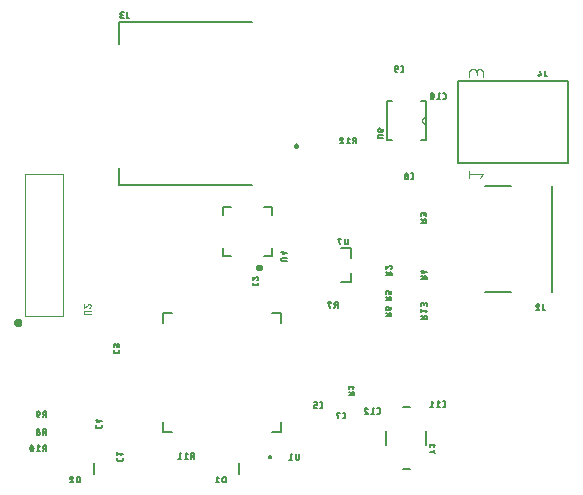
<source format=gbr>
G04 EAGLE Gerber RS-274X export*
G75*
%MOMM*%
%FSLAX34Y34*%
%LPD*%
%INSilkscreen Bottom*%
%IPPOS*%
%AMOC8*
5,1,8,0,0,1.08239X$1,22.5*%
G01*
%ADD10C,0.127000*%
%ADD11C,0.200000*%
%ADD12C,0.300000*%
%ADD13C,0.101600*%
%ADD14C,0.152400*%
%ADD15C,0.000000*%
%ADD16C,0.203200*%
%ADD17C,0.240000*%
%ADD18C,0.076200*%
%ADD19C,0.355600*%
%ADD20C,0.050800*%


D10*
X111633Y40541D02*
X111633Y39469D01*
X111635Y39404D01*
X111641Y39340D01*
X111651Y39276D01*
X111664Y39212D01*
X111682Y39150D01*
X111703Y39089D01*
X111727Y39029D01*
X111756Y38971D01*
X111788Y38914D01*
X111823Y38860D01*
X111861Y38808D01*
X111903Y38758D01*
X111947Y38711D01*
X111994Y38667D01*
X112044Y38625D01*
X112096Y38587D01*
X112150Y38552D01*
X112207Y38520D01*
X112265Y38491D01*
X112325Y38467D01*
X112386Y38446D01*
X112448Y38428D01*
X112512Y38415D01*
X112576Y38405D01*
X112640Y38399D01*
X112705Y38397D01*
X112705Y38396D02*
X115387Y38396D01*
X115387Y38397D02*
X115452Y38399D01*
X115516Y38405D01*
X115580Y38415D01*
X115644Y38428D01*
X115706Y38446D01*
X115767Y38467D01*
X115827Y38491D01*
X115885Y38520D01*
X115942Y38552D01*
X115996Y38587D01*
X116048Y38625D01*
X116098Y38667D01*
X116145Y38711D01*
X116189Y38758D01*
X116231Y38808D01*
X116269Y38860D01*
X116304Y38914D01*
X116336Y38971D01*
X116365Y39029D01*
X116389Y39089D01*
X116410Y39150D01*
X116428Y39212D01*
X116441Y39276D01*
X116451Y39340D01*
X116457Y39404D01*
X116459Y39469D01*
X116459Y40541D01*
X115387Y42997D02*
X116459Y44337D01*
X111633Y44337D01*
X111633Y42997D02*
X111633Y45678D01*
X226441Y187932D02*
X226441Y189004D01*
X226441Y187932D02*
X226443Y187867D01*
X226449Y187803D01*
X226459Y187739D01*
X226472Y187675D01*
X226490Y187613D01*
X226511Y187552D01*
X226535Y187492D01*
X226564Y187434D01*
X226596Y187377D01*
X226631Y187323D01*
X226669Y187271D01*
X226711Y187221D01*
X226755Y187174D01*
X226802Y187130D01*
X226852Y187088D01*
X226904Y187050D01*
X226958Y187015D01*
X227015Y186983D01*
X227073Y186954D01*
X227133Y186930D01*
X227194Y186909D01*
X227256Y186891D01*
X227320Y186878D01*
X227384Y186868D01*
X227448Y186862D01*
X227513Y186860D01*
X227513Y186859D02*
X230195Y186859D01*
X230195Y186860D02*
X230260Y186862D01*
X230324Y186868D01*
X230388Y186878D01*
X230452Y186891D01*
X230514Y186909D01*
X230575Y186930D01*
X230635Y186954D01*
X230693Y186983D01*
X230750Y187015D01*
X230804Y187050D01*
X230856Y187088D01*
X230906Y187130D01*
X230953Y187174D01*
X230997Y187221D01*
X231039Y187271D01*
X231077Y187323D01*
X231112Y187377D01*
X231144Y187434D01*
X231173Y187492D01*
X231197Y187552D01*
X231218Y187613D01*
X231236Y187675D01*
X231249Y187739D01*
X231259Y187803D01*
X231265Y187867D01*
X231267Y187932D01*
X231267Y189004D01*
X231267Y192934D02*
X231265Y193002D01*
X231259Y193069D01*
X231250Y193136D01*
X231237Y193203D01*
X231220Y193268D01*
X231199Y193333D01*
X231175Y193396D01*
X231147Y193458D01*
X231116Y193518D01*
X231082Y193576D01*
X231044Y193632D01*
X231004Y193687D01*
X230960Y193738D01*
X230913Y193787D01*
X230864Y193834D01*
X230813Y193878D01*
X230758Y193918D01*
X230702Y193956D01*
X230644Y193990D01*
X230584Y194021D01*
X230522Y194049D01*
X230459Y194073D01*
X230394Y194094D01*
X230329Y194111D01*
X230262Y194124D01*
X230195Y194133D01*
X230128Y194139D01*
X230060Y194141D01*
X231267Y192934D02*
X231265Y192856D01*
X231259Y192778D01*
X231249Y192701D01*
X231236Y192624D01*
X231218Y192548D01*
X231197Y192473D01*
X231172Y192399D01*
X231143Y192327D01*
X231111Y192256D01*
X231075Y192187D01*
X231036Y192119D01*
X230993Y192054D01*
X230947Y191991D01*
X230898Y191930D01*
X230846Y191872D01*
X230791Y191817D01*
X230734Y191764D01*
X230674Y191715D01*
X230611Y191668D01*
X230546Y191625D01*
X230480Y191585D01*
X230411Y191548D01*
X230340Y191515D01*
X230268Y191485D01*
X230195Y191459D01*
X229122Y193739D02*
X229171Y193788D01*
X229223Y193835D01*
X229278Y193878D01*
X229335Y193919D01*
X229394Y193957D01*
X229455Y193991D01*
X229518Y194022D01*
X229582Y194050D01*
X229648Y194074D01*
X229714Y194094D01*
X229782Y194111D01*
X229851Y194124D01*
X229920Y194133D01*
X229990Y194139D01*
X230060Y194141D01*
X229122Y193739D02*
X226441Y191460D01*
X226441Y194141D01*
X108864Y132006D02*
X108864Y130934D01*
X108865Y130934D02*
X108867Y130869D01*
X108873Y130805D01*
X108883Y130741D01*
X108896Y130677D01*
X108914Y130615D01*
X108935Y130554D01*
X108959Y130494D01*
X108988Y130436D01*
X109020Y130379D01*
X109055Y130325D01*
X109093Y130273D01*
X109135Y130223D01*
X109179Y130176D01*
X109226Y130132D01*
X109276Y130090D01*
X109328Y130052D01*
X109382Y130017D01*
X109439Y129985D01*
X109497Y129956D01*
X109557Y129932D01*
X109618Y129911D01*
X109680Y129893D01*
X109744Y129880D01*
X109808Y129870D01*
X109872Y129864D01*
X109937Y129862D01*
X112618Y129862D01*
X112683Y129864D01*
X112747Y129870D01*
X112811Y129880D01*
X112875Y129893D01*
X112937Y129911D01*
X112998Y129932D01*
X113058Y129956D01*
X113116Y129985D01*
X113173Y130017D01*
X113227Y130052D01*
X113279Y130090D01*
X113329Y130132D01*
X113376Y130176D01*
X113420Y130223D01*
X113462Y130273D01*
X113500Y130325D01*
X113535Y130379D01*
X113567Y130436D01*
X113596Y130494D01*
X113620Y130554D01*
X113641Y130615D01*
X113659Y130677D01*
X113672Y130741D01*
X113682Y130805D01*
X113688Y130869D01*
X113690Y130934D01*
X113690Y132006D01*
X108864Y134462D02*
X108864Y135803D01*
X108866Y135874D01*
X108872Y135946D01*
X108881Y136016D01*
X108894Y136086D01*
X108911Y136156D01*
X108932Y136224D01*
X108956Y136291D01*
X108984Y136357D01*
X109015Y136421D01*
X109050Y136484D01*
X109088Y136544D01*
X109129Y136603D01*
X109173Y136659D01*
X109220Y136713D01*
X109269Y136764D01*
X109322Y136812D01*
X109377Y136858D01*
X109434Y136900D01*
X109494Y136940D01*
X109555Y136976D01*
X109619Y137009D01*
X109684Y137038D01*
X109750Y137064D01*
X109818Y137087D01*
X109887Y137106D01*
X109957Y137121D01*
X110027Y137132D01*
X110098Y137140D01*
X110169Y137144D01*
X110241Y137144D01*
X110312Y137140D01*
X110383Y137132D01*
X110453Y137121D01*
X110523Y137106D01*
X110592Y137087D01*
X110660Y137064D01*
X110726Y137038D01*
X110791Y137009D01*
X110855Y136976D01*
X110916Y136940D01*
X110976Y136900D01*
X111033Y136858D01*
X111088Y136812D01*
X111141Y136764D01*
X111190Y136713D01*
X111237Y136659D01*
X111281Y136603D01*
X111322Y136544D01*
X111360Y136484D01*
X111395Y136421D01*
X111426Y136357D01*
X111454Y136291D01*
X111478Y136224D01*
X111499Y136156D01*
X111516Y136086D01*
X111529Y136016D01*
X111538Y135946D01*
X111544Y135874D01*
X111546Y135803D01*
X113690Y136071D02*
X113690Y134462D01*
X113690Y136071D02*
X113688Y136136D01*
X113682Y136200D01*
X113672Y136264D01*
X113659Y136328D01*
X113641Y136390D01*
X113620Y136451D01*
X113596Y136511D01*
X113567Y136569D01*
X113535Y136626D01*
X113500Y136680D01*
X113462Y136732D01*
X113420Y136782D01*
X113376Y136829D01*
X113329Y136873D01*
X113279Y136915D01*
X113227Y136953D01*
X113173Y136988D01*
X113116Y137020D01*
X113058Y137049D01*
X112998Y137073D01*
X112937Y137094D01*
X112875Y137112D01*
X112811Y137125D01*
X112747Y137135D01*
X112683Y137141D01*
X112618Y137143D01*
X112553Y137141D01*
X112489Y137135D01*
X112425Y137125D01*
X112361Y137112D01*
X112299Y137094D01*
X112238Y137073D01*
X112178Y137049D01*
X112120Y137020D01*
X112063Y136988D01*
X112009Y136953D01*
X111957Y136915D01*
X111907Y136873D01*
X111860Y136829D01*
X111816Y136782D01*
X111774Y136732D01*
X111736Y136680D01*
X111701Y136626D01*
X111669Y136569D01*
X111640Y136511D01*
X111616Y136451D01*
X111595Y136390D01*
X111577Y136328D01*
X111564Y136264D01*
X111554Y136200D01*
X111548Y136136D01*
X111546Y136071D01*
X111545Y136071D02*
X111545Y134998D01*
D11*
X239960Y41630D02*
X239962Y41693D01*
X239968Y41755D01*
X239978Y41817D01*
X239991Y41879D01*
X240009Y41939D01*
X240030Y41998D01*
X240055Y42056D01*
X240084Y42112D01*
X240116Y42166D01*
X240151Y42218D01*
X240189Y42267D01*
X240231Y42315D01*
X240275Y42359D01*
X240323Y42401D01*
X240372Y42439D01*
X240424Y42474D01*
X240478Y42506D01*
X240534Y42535D01*
X240592Y42560D01*
X240651Y42581D01*
X240711Y42599D01*
X240773Y42612D01*
X240835Y42622D01*
X240897Y42628D01*
X240960Y42630D01*
X241023Y42628D01*
X241085Y42622D01*
X241147Y42612D01*
X241209Y42599D01*
X241269Y42581D01*
X241328Y42560D01*
X241386Y42535D01*
X241442Y42506D01*
X241496Y42474D01*
X241548Y42439D01*
X241597Y42401D01*
X241645Y42359D01*
X241689Y42315D01*
X241731Y42267D01*
X241769Y42218D01*
X241804Y42166D01*
X241836Y42112D01*
X241865Y42056D01*
X241890Y41998D01*
X241911Y41939D01*
X241929Y41879D01*
X241942Y41817D01*
X241952Y41755D01*
X241958Y41693D01*
X241960Y41630D01*
X241958Y41567D01*
X241952Y41505D01*
X241942Y41443D01*
X241929Y41381D01*
X241911Y41321D01*
X241890Y41262D01*
X241865Y41204D01*
X241836Y41148D01*
X241804Y41094D01*
X241769Y41042D01*
X241731Y40993D01*
X241689Y40945D01*
X241645Y40901D01*
X241597Y40859D01*
X241548Y40821D01*
X241496Y40786D01*
X241442Y40754D01*
X241386Y40725D01*
X241328Y40700D01*
X241269Y40679D01*
X241209Y40661D01*
X241147Y40648D01*
X241085Y40638D01*
X241023Y40632D01*
X240960Y40630D01*
X240897Y40632D01*
X240835Y40638D01*
X240773Y40648D01*
X240711Y40661D01*
X240651Y40679D01*
X240592Y40700D01*
X240534Y40725D01*
X240478Y40754D01*
X240424Y40786D01*
X240372Y40821D01*
X240323Y40859D01*
X240275Y40901D01*
X240231Y40945D01*
X240189Y40993D01*
X240151Y41042D01*
X240116Y41094D01*
X240084Y41148D01*
X240055Y41204D01*
X240030Y41262D01*
X240009Y41321D01*
X239991Y41381D01*
X239978Y41443D01*
X239968Y41505D01*
X239962Y41567D01*
X239960Y41630D01*
D10*
X150660Y155080D02*
X150660Y163030D01*
X250660Y163030D02*
X250660Y155080D01*
X150660Y70980D02*
X150660Y63030D01*
X250660Y63030D02*
X250660Y70980D01*
X158610Y163030D02*
X150660Y163030D01*
X242710Y163030D02*
X250660Y163030D01*
X158610Y63030D02*
X150660Y63030D01*
X242710Y63030D02*
X250660Y63030D01*
X265835Y43911D02*
X265835Y40426D01*
X265833Y40355D01*
X265827Y40283D01*
X265818Y40213D01*
X265805Y40143D01*
X265788Y40073D01*
X265767Y40005D01*
X265743Y39938D01*
X265715Y39872D01*
X265684Y39808D01*
X265649Y39745D01*
X265611Y39685D01*
X265570Y39626D01*
X265526Y39570D01*
X265479Y39516D01*
X265430Y39465D01*
X265377Y39417D01*
X265322Y39371D01*
X265265Y39329D01*
X265205Y39289D01*
X265144Y39253D01*
X265080Y39220D01*
X265015Y39191D01*
X264949Y39165D01*
X264881Y39142D01*
X264812Y39123D01*
X264742Y39108D01*
X264672Y39097D01*
X264601Y39089D01*
X264530Y39085D01*
X264458Y39085D01*
X264387Y39089D01*
X264316Y39097D01*
X264246Y39108D01*
X264176Y39123D01*
X264107Y39142D01*
X264039Y39165D01*
X263973Y39191D01*
X263908Y39220D01*
X263844Y39253D01*
X263783Y39289D01*
X263723Y39329D01*
X263666Y39371D01*
X263611Y39417D01*
X263558Y39465D01*
X263509Y39516D01*
X263462Y39570D01*
X263418Y39626D01*
X263377Y39685D01*
X263339Y39745D01*
X263304Y39808D01*
X263273Y39872D01*
X263245Y39938D01*
X263221Y40005D01*
X263200Y40073D01*
X263183Y40143D01*
X263170Y40213D01*
X263161Y40283D01*
X263155Y40355D01*
X263153Y40426D01*
X263154Y40426D02*
X263154Y43911D01*
X260166Y42839D02*
X258825Y43911D01*
X258825Y39085D01*
X257485Y39085D02*
X260166Y39085D01*
X93853Y67282D02*
X93853Y68354D01*
X93853Y67282D02*
X93855Y67217D01*
X93861Y67153D01*
X93871Y67089D01*
X93884Y67025D01*
X93902Y66963D01*
X93923Y66902D01*
X93947Y66842D01*
X93976Y66784D01*
X94008Y66727D01*
X94043Y66673D01*
X94081Y66621D01*
X94123Y66571D01*
X94167Y66524D01*
X94214Y66480D01*
X94264Y66438D01*
X94316Y66400D01*
X94370Y66365D01*
X94427Y66333D01*
X94485Y66304D01*
X94545Y66280D01*
X94606Y66259D01*
X94668Y66241D01*
X94732Y66228D01*
X94796Y66218D01*
X94860Y66212D01*
X94925Y66210D01*
X94925Y66209D02*
X97607Y66209D01*
X97607Y66210D02*
X97672Y66212D01*
X97736Y66218D01*
X97800Y66228D01*
X97864Y66241D01*
X97926Y66259D01*
X97987Y66280D01*
X98047Y66304D01*
X98105Y66333D01*
X98162Y66365D01*
X98216Y66400D01*
X98268Y66438D01*
X98318Y66480D01*
X98365Y66524D01*
X98409Y66571D01*
X98451Y66621D01*
X98489Y66673D01*
X98524Y66727D01*
X98556Y66784D01*
X98585Y66842D01*
X98609Y66902D01*
X98630Y66963D01*
X98648Y67025D01*
X98661Y67089D01*
X98671Y67153D01*
X98677Y67217D01*
X98679Y67282D01*
X98679Y68354D01*
X98679Y71882D02*
X94925Y70810D01*
X94925Y73491D01*
X95998Y72687D02*
X93853Y72687D01*
X283436Y83083D02*
X284508Y83083D01*
X284508Y83084D02*
X284573Y83086D01*
X284637Y83092D01*
X284701Y83102D01*
X284765Y83115D01*
X284827Y83133D01*
X284888Y83154D01*
X284948Y83178D01*
X285006Y83207D01*
X285063Y83239D01*
X285117Y83274D01*
X285169Y83312D01*
X285219Y83354D01*
X285266Y83398D01*
X285310Y83445D01*
X285352Y83495D01*
X285390Y83547D01*
X285425Y83601D01*
X285457Y83658D01*
X285486Y83716D01*
X285510Y83776D01*
X285531Y83837D01*
X285549Y83899D01*
X285562Y83963D01*
X285572Y84027D01*
X285578Y84091D01*
X285580Y84156D01*
X285581Y84156D02*
X285581Y86837D01*
X285580Y86837D02*
X285578Y86902D01*
X285572Y86966D01*
X285562Y87030D01*
X285549Y87094D01*
X285531Y87156D01*
X285510Y87217D01*
X285486Y87277D01*
X285457Y87335D01*
X285425Y87392D01*
X285390Y87446D01*
X285352Y87498D01*
X285310Y87548D01*
X285266Y87595D01*
X285219Y87639D01*
X285169Y87681D01*
X285117Y87719D01*
X285063Y87754D01*
X285006Y87786D01*
X284948Y87815D01*
X284888Y87839D01*
X284827Y87860D01*
X284765Y87878D01*
X284701Y87891D01*
X284637Y87901D01*
X284573Y87907D01*
X284508Y87909D01*
X283436Y87909D01*
X280980Y83083D02*
X279372Y83083D01*
X279372Y83084D02*
X279307Y83086D01*
X279243Y83092D01*
X279179Y83102D01*
X279115Y83115D01*
X279053Y83133D01*
X278992Y83154D01*
X278932Y83178D01*
X278874Y83207D01*
X278817Y83239D01*
X278763Y83274D01*
X278711Y83312D01*
X278661Y83354D01*
X278614Y83398D01*
X278570Y83445D01*
X278528Y83495D01*
X278490Y83547D01*
X278455Y83601D01*
X278423Y83658D01*
X278394Y83716D01*
X278370Y83776D01*
X278349Y83837D01*
X278331Y83899D01*
X278318Y83963D01*
X278308Y84027D01*
X278302Y84091D01*
X278300Y84156D01*
X278299Y84156D02*
X278299Y84692D01*
X278300Y84692D02*
X278302Y84757D01*
X278308Y84821D01*
X278318Y84885D01*
X278331Y84949D01*
X278349Y85011D01*
X278370Y85072D01*
X278394Y85132D01*
X278423Y85190D01*
X278455Y85247D01*
X278490Y85301D01*
X278528Y85353D01*
X278570Y85403D01*
X278614Y85450D01*
X278661Y85494D01*
X278711Y85536D01*
X278763Y85574D01*
X278817Y85609D01*
X278874Y85641D01*
X278932Y85670D01*
X278992Y85694D01*
X279053Y85715D01*
X279115Y85733D01*
X279179Y85746D01*
X279243Y85756D01*
X279307Y85762D01*
X279372Y85764D01*
X279372Y85765D02*
X280980Y85765D01*
X280980Y87909D01*
X278299Y87909D01*
X307721Y93789D02*
X312547Y93789D01*
X312547Y95129D01*
X312545Y95200D01*
X312539Y95272D01*
X312530Y95342D01*
X312517Y95412D01*
X312500Y95482D01*
X312479Y95550D01*
X312455Y95617D01*
X312427Y95683D01*
X312396Y95747D01*
X312361Y95810D01*
X312323Y95870D01*
X312282Y95929D01*
X312238Y95985D01*
X312191Y96039D01*
X312142Y96090D01*
X312089Y96138D01*
X312034Y96184D01*
X311977Y96226D01*
X311917Y96266D01*
X311856Y96302D01*
X311792Y96335D01*
X311727Y96364D01*
X311661Y96390D01*
X311593Y96413D01*
X311524Y96432D01*
X311454Y96447D01*
X311384Y96458D01*
X311313Y96466D01*
X311242Y96470D01*
X311170Y96470D01*
X311099Y96466D01*
X311028Y96458D01*
X310958Y96447D01*
X310888Y96432D01*
X310819Y96413D01*
X310751Y96390D01*
X310685Y96364D01*
X310620Y96335D01*
X310556Y96302D01*
X310495Y96266D01*
X310435Y96226D01*
X310378Y96184D01*
X310323Y96138D01*
X310270Y96090D01*
X310221Y96039D01*
X310174Y95985D01*
X310130Y95929D01*
X310089Y95870D01*
X310051Y95810D01*
X310016Y95747D01*
X309985Y95683D01*
X309957Y95617D01*
X309933Y95550D01*
X309912Y95482D01*
X309895Y95412D01*
X309882Y95342D01*
X309873Y95272D01*
X309867Y95200D01*
X309865Y95129D01*
X309866Y95129D02*
X309866Y93789D01*
X309866Y95398D02*
X307721Y96470D01*
X311475Y99212D02*
X312547Y100552D01*
X307721Y100552D01*
X307721Y99212D02*
X307721Y101893D01*
X303863Y74193D02*
X302791Y74193D01*
X303863Y74194D02*
X303928Y74196D01*
X303992Y74202D01*
X304056Y74212D01*
X304120Y74225D01*
X304182Y74243D01*
X304243Y74264D01*
X304303Y74288D01*
X304361Y74317D01*
X304418Y74349D01*
X304472Y74384D01*
X304524Y74422D01*
X304574Y74464D01*
X304621Y74508D01*
X304665Y74555D01*
X304707Y74605D01*
X304745Y74657D01*
X304780Y74711D01*
X304812Y74768D01*
X304841Y74826D01*
X304865Y74886D01*
X304886Y74947D01*
X304904Y75009D01*
X304917Y75073D01*
X304927Y75137D01*
X304933Y75201D01*
X304935Y75266D01*
X304936Y75266D02*
X304936Y77947D01*
X304935Y77947D02*
X304933Y78012D01*
X304927Y78076D01*
X304917Y78140D01*
X304904Y78204D01*
X304886Y78266D01*
X304865Y78327D01*
X304841Y78387D01*
X304812Y78445D01*
X304780Y78502D01*
X304745Y78556D01*
X304707Y78608D01*
X304665Y78658D01*
X304621Y78705D01*
X304574Y78749D01*
X304524Y78791D01*
X304472Y78829D01*
X304418Y78864D01*
X304361Y78896D01*
X304303Y78925D01*
X304243Y78949D01*
X304182Y78970D01*
X304120Y78988D01*
X304056Y79001D01*
X303992Y79011D01*
X303928Y79017D01*
X303863Y79019D01*
X302791Y79019D01*
X300335Y79019D02*
X300335Y78483D01*
X300335Y79019D02*
X297654Y79019D01*
X298994Y74193D01*
X242750Y211910D02*
X242750Y218410D01*
X242750Y211910D02*
X236250Y211910D01*
X242750Y246410D02*
X242750Y252910D01*
X236250Y252910D01*
X208250Y252910D02*
X201750Y252910D01*
X201750Y246410D01*
X201750Y218410D02*
X201750Y211910D01*
X208250Y211910D01*
D12*
X231132Y201410D02*
X231134Y201476D01*
X231140Y201542D01*
X231150Y201608D01*
X231163Y201673D01*
X231181Y201737D01*
X231202Y201799D01*
X231227Y201861D01*
X231255Y201921D01*
X231287Y201979D01*
X231323Y202035D01*
X231361Y202088D01*
X231403Y202140D01*
X231448Y202189D01*
X231495Y202235D01*
X231546Y202278D01*
X231598Y202318D01*
X231653Y202355D01*
X231710Y202389D01*
X231769Y202419D01*
X231830Y202446D01*
X231892Y202469D01*
X231955Y202488D01*
X232020Y202504D01*
X232085Y202516D01*
X232151Y202524D01*
X232217Y202528D01*
X232283Y202528D01*
X232349Y202524D01*
X232415Y202516D01*
X232480Y202504D01*
X232545Y202488D01*
X232608Y202469D01*
X232670Y202446D01*
X232731Y202419D01*
X232790Y202389D01*
X232847Y202355D01*
X232902Y202318D01*
X232954Y202278D01*
X233005Y202235D01*
X233052Y202189D01*
X233097Y202140D01*
X233139Y202088D01*
X233177Y202035D01*
X233213Y201979D01*
X233245Y201921D01*
X233273Y201861D01*
X233298Y201799D01*
X233319Y201737D01*
X233337Y201673D01*
X233350Y201608D01*
X233360Y201542D01*
X233366Y201476D01*
X233368Y201410D01*
X233366Y201344D01*
X233360Y201278D01*
X233350Y201212D01*
X233337Y201147D01*
X233319Y201083D01*
X233298Y201021D01*
X233273Y200959D01*
X233245Y200899D01*
X233213Y200841D01*
X233177Y200785D01*
X233139Y200732D01*
X233097Y200680D01*
X233052Y200631D01*
X233005Y200585D01*
X232954Y200542D01*
X232902Y200502D01*
X232847Y200465D01*
X232790Y200431D01*
X232731Y200401D01*
X232670Y200374D01*
X232608Y200351D01*
X232545Y200332D01*
X232480Y200316D01*
X232415Y200304D01*
X232349Y200296D01*
X232283Y200292D01*
X232217Y200292D01*
X232151Y200296D01*
X232085Y200304D01*
X232020Y200316D01*
X231955Y200332D01*
X231892Y200351D01*
X231830Y200374D01*
X231769Y200401D01*
X231710Y200431D01*
X231653Y200465D01*
X231598Y200502D01*
X231546Y200542D01*
X231495Y200585D01*
X231448Y200631D01*
X231403Y200680D01*
X231361Y200732D01*
X231323Y200785D01*
X231287Y200841D01*
X231255Y200899D01*
X231227Y200959D01*
X231202Y201021D01*
X231181Y201083D01*
X231163Y201147D01*
X231150Y201212D01*
X231140Y201278D01*
X231134Y201344D01*
X231132Y201410D01*
D10*
X252166Y207645D02*
X255651Y207645D01*
X252166Y207645D02*
X252095Y207647D01*
X252023Y207653D01*
X251953Y207662D01*
X251883Y207675D01*
X251813Y207692D01*
X251745Y207713D01*
X251678Y207737D01*
X251612Y207765D01*
X251548Y207796D01*
X251485Y207831D01*
X251425Y207869D01*
X251366Y207910D01*
X251310Y207954D01*
X251256Y208001D01*
X251205Y208050D01*
X251157Y208103D01*
X251111Y208158D01*
X251069Y208215D01*
X251029Y208275D01*
X250993Y208336D01*
X250960Y208400D01*
X250931Y208465D01*
X250905Y208531D01*
X250882Y208599D01*
X250863Y208668D01*
X250848Y208738D01*
X250837Y208808D01*
X250829Y208879D01*
X250825Y208950D01*
X250825Y209022D01*
X250829Y209093D01*
X250837Y209164D01*
X250848Y209234D01*
X250863Y209304D01*
X250882Y209373D01*
X250905Y209441D01*
X250931Y209507D01*
X250960Y209572D01*
X250993Y209636D01*
X251029Y209697D01*
X251069Y209757D01*
X251111Y209814D01*
X251157Y209869D01*
X251205Y209922D01*
X251256Y209971D01*
X251310Y210018D01*
X251366Y210062D01*
X251425Y210103D01*
X251485Y210141D01*
X251548Y210176D01*
X251612Y210207D01*
X251678Y210235D01*
X251745Y210259D01*
X251813Y210280D01*
X251883Y210297D01*
X251953Y210310D01*
X252023Y210319D01*
X252095Y210325D01*
X252166Y210327D01*
X252166Y210326D02*
X255651Y210326D01*
X255651Y214387D02*
X251897Y213314D01*
X251897Y215995D01*
X252970Y215191D02*
X250825Y215191D01*
D11*
X400790Y290620D02*
X493540Y290620D01*
X400790Y290620D02*
X400790Y359620D01*
X493540Y359620D01*
X493540Y290620D01*
D13*
X421292Y280673D02*
X418696Y277428D01*
X421292Y280673D02*
X409608Y280673D01*
X409608Y277428D02*
X409608Y283919D01*
X409608Y363538D02*
X409608Y366784D01*
X409610Y366897D01*
X409616Y367010D01*
X409626Y367123D01*
X409640Y367236D01*
X409657Y367348D01*
X409679Y367459D01*
X409704Y367569D01*
X409734Y367679D01*
X409767Y367787D01*
X409804Y367894D01*
X409844Y368000D01*
X409889Y368104D01*
X409937Y368207D01*
X409988Y368308D01*
X410043Y368407D01*
X410101Y368504D01*
X410163Y368599D01*
X410228Y368692D01*
X410296Y368782D01*
X410367Y368870D01*
X410442Y368956D01*
X410519Y369039D01*
X410599Y369119D01*
X410682Y369196D01*
X410768Y369271D01*
X410856Y369342D01*
X410946Y369410D01*
X411039Y369475D01*
X411134Y369537D01*
X411231Y369595D01*
X411330Y369650D01*
X411431Y369701D01*
X411534Y369749D01*
X411638Y369794D01*
X411744Y369834D01*
X411851Y369871D01*
X411959Y369904D01*
X412069Y369934D01*
X412179Y369959D01*
X412290Y369981D01*
X412402Y369998D01*
X412515Y370012D01*
X412628Y370022D01*
X412741Y370028D01*
X412854Y370030D01*
X412967Y370028D01*
X413080Y370022D01*
X413193Y370012D01*
X413306Y369998D01*
X413418Y369981D01*
X413529Y369959D01*
X413639Y369934D01*
X413749Y369904D01*
X413857Y369871D01*
X413964Y369834D01*
X414070Y369794D01*
X414174Y369749D01*
X414277Y369701D01*
X414378Y369650D01*
X414477Y369595D01*
X414574Y369537D01*
X414669Y369475D01*
X414762Y369410D01*
X414852Y369342D01*
X414940Y369271D01*
X415026Y369196D01*
X415109Y369119D01*
X415189Y369039D01*
X415266Y368956D01*
X415341Y368870D01*
X415412Y368782D01*
X415480Y368692D01*
X415545Y368599D01*
X415607Y368504D01*
X415665Y368407D01*
X415720Y368308D01*
X415771Y368207D01*
X415819Y368104D01*
X415864Y368000D01*
X415904Y367894D01*
X415941Y367787D01*
X415974Y367679D01*
X416004Y367569D01*
X416029Y367459D01*
X416051Y367348D01*
X416068Y367236D01*
X416082Y367123D01*
X416092Y367010D01*
X416098Y366897D01*
X416100Y366784D01*
X421292Y367433D02*
X421292Y363538D01*
X421292Y367433D02*
X421290Y367534D01*
X421284Y367634D01*
X421274Y367734D01*
X421261Y367834D01*
X421243Y367933D01*
X421222Y368032D01*
X421197Y368129D01*
X421168Y368226D01*
X421135Y368321D01*
X421099Y368415D01*
X421059Y368507D01*
X421016Y368598D01*
X420969Y368687D01*
X420919Y368774D01*
X420865Y368860D01*
X420808Y368943D01*
X420748Y369023D01*
X420685Y369102D01*
X420618Y369178D01*
X420549Y369251D01*
X420477Y369321D01*
X420403Y369389D01*
X420326Y369454D01*
X420246Y369515D01*
X420164Y369574D01*
X420080Y369629D01*
X419994Y369681D01*
X419906Y369730D01*
X419816Y369775D01*
X419724Y369817D01*
X419631Y369855D01*
X419536Y369889D01*
X419441Y369920D01*
X419344Y369947D01*
X419246Y369970D01*
X419147Y369990D01*
X419047Y370005D01*
X418947Y370017D01*
X418847Y370025D01*
X418746Y370029D01*
X418646Y370029D01*
X418545Y370025D01*
X418445Y370017D01*
X418345Y370005D01*
X418245Y369990D01*
X418146Y369970D01*
X418048Y369947D01*
X417951Y369920D01*
X417856Y369889D01*
X417761Y369855D01*
X417668Y369817D01*
X417576Y369775D01*
X417486Y369730D01*
X417398Y369681D01*
X417312Y369629D01*
X417228Y369574D01*
X417146Y369515D01*
X417066Y369454D01*
X416989Y369389D01*
X416915Y369321D01*
X416843Y369251D01*
X416774Y369178D01*
X416707Y369102D01*
X416644Y369023D01*
X416584Y368943D01*
X416527Y368860D01*
X416473Y368774D01*
X416423Y368687D01*
X416376Y368598D01*
X416333Y368507D01*
X416293Y368415D01*
X416257Y368321D01*
X416224Y368226D01*
X416195Y368129D01*
X416170Y368032D01*
X416149Y367933D01*
X416131Y367834D01*
X416118Y367734D01*
X416108Y367634D01*
X416102Y367534D01*
X416100Y367433D01*
X416099Y367433D02*
X416099Y364836D01*
D10*
X473946Y364907D02*
X473946Y368661D01*
X473947Y364907D02*
X473949Y364842D01*
X473955Y364778D01*
X473965Y364714D01*
X473978Y364650D01*
X473996Y364588D01*
X474017Y364527D01*
X474041Y364467D01*
X474070Y364409D01*
X474102Y364352D01*
X474137Y364298D01*
X474175Y364246D01*
X474217Y364196D01*
X474261Y364149D01*
X474308Y364105D01*
X474358Y364063D01*
X474410Y364025D01*
X474464Y363990D01*
X474521Y363958D01*
X474579Y363929D01*
X474639Y363905D01*
X474700Y363884D01*
X474762Y363866D01*
X474826Y363853D01*
X474890Y363843D01*
X474954Y363837D01*
X475019Y363835D01*
X475555Y363835D01*
X470998Y364907D02*
X469926Y368661D01*
X470998Y364907D02*
X468317Y364907D01*
X469122Y363835D02*
X469122Y365980D01*
D14*
X373126Y342646D02*
X369316Y342646D01*
X344424Y310134D02*
X340614Y310134D01*
X340614Y342646D01*
X344424Y342646D01*
X373126Y342646D02*
X373126Y329438D01*
X373126Y323342D01*
X373126Y310134D01*
X369316Y310134D01*
D15*
X373126Y323342D02*
X373017Y323344D01*
X372909Y323350D01*
X372800Y323359D01*
X372692Y323373D01*
X372585Y323390D01*
X372478Y323412D01*
X372372Y323437D01*
X372267Y323465D01*
X372163Y323498D01*
X372061Y323534D01*
X371960Y323574D01*
X371860Y323617D01*
X371762Y323664D01*
X371665Y323715D01*
X371571Y323769D01*
X371478Y323826D01*
X371388Y323886D01*
X371299Y323950D01*
X371213Y324017D01*
X371130Y324086D01*
X371049Y324159D01*
X370971Y324235D01*
X370895Y324313D01*
X370822Y324394D01*
X370753Y324477D01*
X370686Y324563D01*
X370622Y324652D01*
X370562Y324742D01*
X370505Y324835D01*
X370451Y324929D01*
X370400Y325026D01*
X370353Y325124D01*
X370310Y325224D01*
X370270Y325325D01*
X370234Y325427D01*
X370201Y325531D01*
X370173Y325636D01*
X370148Y325742D01*
X370126Y325849D01*
X370109Y325956D01*
X370095Y326064D01*
X370086Y326173D01*
X370080Y326281D01*
X370078Y326390D01*
X370080Y326499D01*
X370086Y326607D01*
X370095Y326716D01*
X370109Y326824D01*
X370126Y326931D01*
X370148Y327038D01*
X370173Y327144D01*
X370201Y327249D01*
X370234Y327353D01*
X370270Y327455D01*
X370310Y327556D01*
X370353Y327656D01*
X370400Y327754D01*
X370451Y327851D01*
X370505Y327945D01*
X370562Y328038D01*
X370622Y328128D01*
X370686Y328217D01*
X370753Y328303D01*
X370822Y328386D01*
X370895Y328467D01*
X370971Y328545D01*
X371049Y328621D01*
X371130Y328694D01*
X371213Y328763D01*
X371299Y328830D01*
X371388Y328894D01*
X371478Y328954D01*
X371571Y329011D01*
X371665Y329065D01*
X371762Y329116D01*
X371860Y329163D01*
X371960Y329206D01*
X372061Y329246D01*
X372163Y329282D01*
X372267Y329315D01*
X372372Y329343D01*
X372478Y329368D01*
X372585Y329390D01*
X372692Y329407D01*
X372800Y329421D01*
X372909Y329430D01*
X373017Y329436D01*
X373126Y329438D01*
D10*
X337221Y311296D02*
X333736Y311296D01*
X333736Y311295D02*
X333665Y311297D01*
X333593Y311303D01*
X333523Y311312D01*
X333453Y311325D01*
X333383Y311342D01*
X333315Y311363D01*
X333248Y311387D01*
X333182Y311415D01*
X333118Y311446D01*
X333055Y311481D01*
X332995Y311519D01*
X332936Y311560D01*
X332880Y311604D01*
X332826Y311651D01*
X332775Y311700D01*
X332727Y311753D01*
X332681Y311808D01*
X332639Y311865D01*
X332599Y311925D01*
X332563Y311986D01*
X332530Y312050D01*
X332501Y312115D01*
X332475Y312181D01*
X332452Y312249D01*
X332433Y312318D01*
X332418Y312388D01*
X332407Y312458D01*
X332399Y312529D01*
X332395Y312600D01*
X332395Y312672D01*
X332399Y312743D01*
X332407Y312814D01*
X332418Y312884D01*
X332433Y312954D01*
X332452Y313023D01*
X332475Y313091D01*
X332501Y313157D01*
X332530Y313222D01*
X332563Y313286D01*
X332599Y313347D01*
X332639Y313407D01*
X332681Y313464D01*
X332727Y313519D01*
X332775Y313572D01*
X332826Y313621D01*
X332880Y313668D01*
X332936Y313712D01*
X332995Y313753D01*
X333055Y313791D01*
X333118Y313826D01*
X333182Y313857D01*
X333248Y313885D01*
X333315Y313909D01*
X333383Y313930D01*
X333453Y313947D01*
X333523Y313960D01*
X333593Y313969D01*
X333665Y313975D01*
X333736Y313977D01*
X337221Y313977D01*
X335076Y316965D02*
X335076Y318574D01*
X335074Y318639D01*
X335068Y318703D01*
X335058Y318767D01*
X335045Y318831D01*
X335027Y318893D01*
X335006Y318954D01*
X334982Y319014D01*
X334953Y319072D01*
X334921Y319129D01*
X334886Y319183D01*
X334848Y319235D01*
X334806Y319285D01*
X334762Y319332D01*
X334715Y319376D01*
X334665Y319418D01*
X334613Y319456D01*
X334559Y319491D01*
X334502Y319523D01*
X334444Y319552D01*
X334384Y319576D01*
X334323Y319597D01*
X334261Y319615D01*
X334197Y319628D01*
X334133Y319638D01*
X334069Y319644D01*
X334004Y319646D01*
X333736Y319646D01*
X333736Y319647D02*
X333665Y319645D01*
X333593Y319639D01*
X333523Y319630D01*
X333453Y319617D01*
X333383Y319600D01*
X333315Y319579D01*
X333248Y319555D01*
X333182Y319527D01*
X333118Y319496D01*
X333055Y319461D01*
X332995Y319423D01*
X332936Y319382D01*
X332880Y319338D01*
X332826Y319291D01*
X332775Y319242D01*
X332727Y319189D01*
X332681Y319134D01*
X332639Y319077D01*
X332599Y319017D01*
X332563Y318956D01*
X332530Y318892D01*
X332501Y318827D01*
X332475Y318761D01*
X332452Y318693D01*
X332433Y318624D01*
X332418Y318554D01*
X332407Y318484D01*
X332399Y318413D01*
X332395Y318342D01*
X332395Y318270D01*
X332399Y318199D01*
X332407Y318128D01*
X332418Y318058D01*
X332433Y317988D01*
X332452Y317919D01*
X332475Y317851D01*
X332501Y317785D01*
X332530Y317720D01*
X332563Y317656D01*
X332599Y317595D01*
X332639Y317535D01*
X332681Y317478D01*
X332727Y317423D01*
X332775Y317370D01*
X332826Y317321D01*
X332880Y317274D01*
X332936Y317230D01*
X332995Y317189D01*
X333055Y317151D01*
X333118Y317116D01*
X333182Y317085D01*
X333248Y317057D01*
X333315Y317033D01*
X333383Y317012D01*
X333453Y316995D01*
X333523Y316982D01*
X333593Y316973D01*
X333665Y316967D01*
X333736Y316965D01*
X335076Y316965D01*
X335167Y316967D01*
X335258Y316973D01*
X335348Y316982D01*
X335439Y316996D01*
X335528Y317013D01*
X335616Y317034D01*
X335704Y317059D01*
X335791Y317088D01*
X335876Y317120D01*
X335960Y317155D01*
X336042Y317195D01*
X336122Y317237D01*
X336201Y317283D01*
X336277Y317333D01*
X336351Y317385D01*
X336424Y317441D01*
X336493Y317500D01*
X336560Y317561D01*
X336625Y317626D01*
X336686Y317693D01*
X336745Y317762D01*
X336801Y317834D01*
X336853Y317909D01*
X336903Y317985D01*
X336949Y318064D01*
X336991Y318144D01*
X337031Y318226D01*
X337066Y318310D01*
X337098Y318395D01*
X337127Y318482D01*
X337152Y318569D01*
X337173Y318658D01*
X337190Y318747D01*
X337204Y318838D01*
X337213Y318928D01*
X337219Y319019D01*
X337221Y319110D01*
X360525Y276860D02*
X361597Y276860D01*
X361662Y276862D01*
X361726Y276868D01*
X361790Y276878D01*
X361854Y276891D01*
X361916Y276909D01*
X361977Y276930D01*
X362037Y276954D01*
X362095Y276983D01*
X362152Y277015D01*
X362206Y277050D01*
X362258Y277088D01*
X362308Y277130D01*
X362355Y277174D01*
X362399Y277221D01*
X362441Y277271D01*
X362479Y277323D01*
X362514Y277377D01*
X362546Y277434D01*
X362575Y277492D01*
X362599Y277552D01*
X362620Y277613D01*
X362638Y277675D01*
X362651Y277739D01*
X362661Y277803D01*
X362667Y277867D01*
X362669Y277932D01*
X362670Y277932D02*
X362670Y280614D01*
X362669Y280614D02*
X362667Y280679D01*
X362661Y280743D01*
X362651Y280807D01*
X362638Y280871D01*
X362620Y280933D01*
X362599Y280994D01*
X362575Y281054D01*
X362546Y281112D01*
X362514Y281169D01*
X362479Y281223D01*
X362441Y281275D01*
X362399Y281325D01*
X362355Y281372D01*
X362308Y281416D01*
X362258Y281458D01*
X362206Y281496D01*
X362152Y281531D01*
X362095Y281563D01*
X362037Y281592D01*
X361977Y281616D01*
X361916Y281637D01*
X361854Y281655D01*
X361790Y281668D01*
X361726Y281678D01*
X361662Y281684D01*
X361597Y281686D01*
X360525Y281686D01*
X358070Y278201D02*
X358068Y278272D01*
X358062Y278344D01*
X358053Y278414D01*
X358040Y278484D01*
X358023Y278554D01*
X358002Y278622D01*
X357978Y278689D01*
X357950Y278755D01*
X357919Y278819D01*
X357884Y278882D01*
X357846Y278942D01*
X357805Y279001D01*
X357761Y279057D01*
X357714Y279111D01*
X357665Y279162D01*
X357612Y279210D01*
X357557Y279256D01*
X357500Y279298D01*
X357440Y279338D01*
X357379Y279374D01*
X357315Y279407D01*
X357250Y279436D01*
X357184Y279462D01*
X357116Y279485D01*
X357047Y279504D01*
X356977Y279519D01*
X356907Y279530D01*
X356836Y279538D01*
X356765Y279542D01*
X356693Y279542D01*
X356622Y279538D01*
X356551Y279530D01*
X356481Y279519D01*
X356411Y279504D01*
X356342Y279485D01*
X356274Y279462D01*
X356208Y279436D01*
X356143Y279407D01*
X356079Y279374D01*
X356018Y279338D01*
X355958Y279298D01*
X355901Y279256D01*
X355846Y279210D01*
X355793Y279162D01*
X355744Y279111D01*
X355697Y279057D01*
X355653Y279001D01*
X355612Y278942D01*
X355574Y278882D01*
X355539Y278819D01*
X355508Y278755D01*
X355480Y278689D01*
X355456Y278622D01*
X355435Y278554D01*
X355418Y278484D01*
X355405Y278414D01*
X355396Y278344D01*
X355390Y278272D01*
X355388Y278201D01*
X355390Y278130D01*
X355396Y278058D01*
X355405Y277988D01*
X355418Y277918D01*
X355435Y277848D01*
X355456Y277780D01*
X355480Y277713D01*
X355508Y277647D01*
X355539Y277583D01*
X355574Y277520D01*
X355612Y277460D01*
X355653Y277401D01*
X355697Y277345D01*
X355744Y277291D01*
X355793Y277240D01*
X355846Y277192D01*
X355901Y277146D01*
X355958Y277104D01*
X356018Y277064D01*
X356079Y277028D01*
X356143Y276995D01*
X356208Y276966D01*
X356274Y276940D01*
X356342Y276917D01*
X356411Y276898D01*
X356481Y276883D01*
X356551Y276872D01*
X356622Y276864D01*
X356693Y276860D01*
X356765Y276860D01*
X356836Y276864D01*
X356907Y276872D01*
X356977Y276883D01*
X357047Y276898D01*
X357116Y276917D01*
X357184Y276940D01*
X357250Y276966D01*
X357315Y276995D01*
X357379Y277028D01*
X357440Y277064D01*
X357500Y277104D01*
X357557Y277146D01*
X357612Y277192D01*
X357665Y277240D01*
X357714Y277291D01*
X357761Y277345D01*
X357805Y277401D01*
X357846Y277460D01*
X357884Y277520D01*
X357919Y277583D01*
X357950Y277647D01*
X357978Y277713D01*
X358002Y277780D01*
X358023Y277848D01*
X358040Y277918D01*
X358053Y277988D01*
X358062Y278058D01*
X358068Y278130D01*
X358070Y278201D01*
X357801Y280614D02*
X357799Y280679D01*
X357793Y280743D01*
X357783Y280807D01*
X357770Y280871D01*
X357752Y280933D01*
X357731Y280994D01*
X357707Y281054D01*
X357678Y281112D01*
X357646Y281169D01*
X357611Y281223D01*
X357573Y281275D01*
X357531Y281325D01*
X357487Y281372D01*
X357440Y281416D01*
X357390Y281458D01*
X357338Y281496D01*
X357284Y281531D01*
X357227Y281563D01*
X357169Y281592D01*
X357109Y281616D01*
X357048Y281637D01*
X356986Y281655D01*
X356922Y281668D01*
X356858Y281678D01*
X356794Y281684D01*
X356729Y281686D01*
X356664Y281684D01*
X356600Y281678D01*
X356536Y281668D01*
X356472Y281655D01*
X356410Y281637D01*
X356349Y281616D01*
X356289Y281592D01*
X356231Y281563D01*
X356174Y281531D01*
X356120Y281496D01*
X356068Y281458D01*
X356018Y281416D01*
X355971Y281372D01*
X355927Y281325D01*
X355885Y281275D01*
X355847Y281223D01*
X355812Y281169D01*
X355780Y281112D01*
X355751Y281054D01*
X355727Y280994D01*
X355706Y280933D01*
X355688Y280871D01*
X355675Y280807D01*
X355665Y280743D01*
X355659Y280679D01*
X355657Y280614D01*
X355659Y280549D01*
X355665Y280485D01*
X355675Y280421D01*
X355688Y280357D01*
X355706Y280295D01*
X355727Y280234D01*
X355751Y280174D01*
X355780Y280116D01*
X355812Y280059D01*
X355847Y280005D01*
X355885Y279953D01*
X355927Y279903D01*
X355971Y279856D01*
X356018Y279812D01*
X356068Y279770D01*
X356120Y279732D01*
X356174Y279697D01*
X356231Y279665D01*
X356289Y279636D01*
X356349Y279612D01*
X356410Y279591D01*
X356472Y279573D01*
X356536Y279560D01*
X356600Y279550D01*
X356664Y279544D01*
X356729Y279542D01*
X356794Y279544D01*
X356858Y279550D01*
X356922Y279560D01*
X356986Y279573D01*
X357048Y279591D01*
X357109Y279612D01*
X357169Y279636D01*
X357227Y279665D01*
X357284Y279697D01*
X357338Y279732D01*
X357390Y279770D01*
X357440Y279812D01*
X357487Y279856D01*
X357531Y279903D01*
X357573Y279953D01*
X357611Y280005D01*
X357646Y280059D01*
X357678Y280116D01*
X357707Y280174D01*
X357731Y280234D01*
X357752Y280295D01*
X357770Y280357D01*
X357783Y280421D01*
X357793Y280485D01*
X357799Y280549D01*
X357801Y280614D01*
X353088Y367665D02*
X352016Y367665D01*
X353088Y367665D02*
X353153Y367667D01*
X353217Y367673D01*
X353281Y367683D01*
X353345Y367696D01*
X353407Y367714D01*
X353468Y367735D01*
X353528Y367759D01*
X353586Y367788D01*
X353643Y367820D01*
X353697Y367855D01*
X353749Y367893D01*
X353799Y367935D01*
X353846Y367979D01*
X353890Y368026D01*
X353932Y368076D01*
X353970Y368128D01*
X354005Y368182D01*
X354037Y368239D01*
X354066Y368297D01*
X354090Y368357D01*
X354111Y368418D01*
X354129Y368480D01*
X354142Y368544D01*
X354152Y368608D01*
X354158Y368672D01*
X354160Y368737D01*
X354161Y368737D02*
X354161Y371419D01*
X354160Y371419D02*
X354158Y371484D01*
X354152Y371548D01*
X354142Y371612D01*
X354129Y371676D01*
X354111Y371738D01*
X354090Y371799D01*
X354066Y371859D01*
X354037Y371917D01*
X354005Y371974D01*
X353970Y372028D01*
X353932Y372080D01*
X353890Y372130D01*
X353846Y372177D01*
X353799Y372221D01*
X353749Y372263D01*
X353697Y372301D01*
X353643Y372336D01*
X353586Y372368D01*
X353528Y372397D01*
X353468Y372421D01*
X353407Y372442D01*
X353345Y372460D01*
X353281Y372473D01*
X353217Y372483D01*
X353153Y372489D01*
X353088Y372491D01*
X352016Y372491D01*
X348488Y369810D02*
X346879Y369810D01*
X348488Y369810D02*
X348553Y369812D01*
X348617Y369818D01*
X348681Y369828D01*
X348745Y369841D01*
X348807Y369859D01*
X348868Y369880D01*
X348928Y369904D01*
X348986Y369933D01*
X349043Y369965D01*
X349097Y370000D01*
X349149Y370038D01*
X349199Y370080D01*
X349246Y370124D01*
X349290Y370171D01*
X349332Y370221D01*
X349370Y370273D01*
X349405Y370327D01*
X349437Y370384D01*
X349466Y370442D01*
X349490Y370502D01*
X349511Y370563D01*
X349529Y370625D01*
X349542Y370689D01*
X349552Y370753D01*
X349558Y370817D01*
X349560Y370882D01*
X349560Y371150D01*
X349561Y371150D02*
X349559Y371221D01*
X349553Y371293D01*
X349544Y371363D01*
X349531Y371433D01*
X349514Y371503D01*
X349493Y371571D01*
X349469Y371638D01*
X349441Y371704D01*
X349410Y371768D01*
X349375Y371831D01*
X349337Y371891D01*
X349296Y371950D01*
X349252Y372006D01*
X349205Y372060D01*
X349156Y372111D01*
X349103Y372159D01*
X349048Y372205D01*
X348991Y372247D01*
X348931Y372287D01*
X348870Y372323D01*
X348806Y372356D01*
X348741Y372385D01*
X348675Y372411D01*
X348607Y372434D01*
X348538Y372453D01*
X348468Y372468D01*
X348398Y372479D01*
X348327Y372487D01*
X348256Y372491D01*
X348184Y372491D01*
X348113Y372487D01*
X348042Y372479D01*
X347972Y372468D01*
X347902Y372453D01*
X347833Y372434D01*
X347765Y372411D01*
X347699Y372385D01*
X347634Y372356D01*
X347570Y372323D01*
X347509Y372287D01*
X347449Y372247D01*
X347392Y372205D01*
X347337Y372159D01*
X347284Y372111D01*
X347235Y372060D01*
X347188Y372006D01*
X347144Y371950D01*
X347103Y371891D01*
X347065Y371831D01*
X347030Y371768D01*
X346999Y371704D01*
X346971Y371638D01*
X346947Y371571D01*
X346926Y371503D01*
X346909Y371433D01*
X346896Y371363D01*
X346887Y371293D01*
X346881Y371221D01*
X346879Y371150D01*
X346879Y369810D01*
X346881Y369719D01*
X346887Y369628D01*
X346896Y369538D01*
X346910Y369447D01*
X346927Y369358D01*
X346948Y369270D01*
X346973Y369182D01*
X347002Y369095D01*
X347034Y369010D01*
X347069Y368926D01*
X347109Y368844D01*
X347151Y368764D01*
X347197Y368685D01*
X347247Y368609D01*
X347299Y368535D01*
X347355Y368462D01*
X347414Y368393D01*
X347475Y368326D01*
X347540Y368261D01*
X347607Y368200D01*
X347676Y368141D01*
X347749Y368085D01*
X347823Y368033D01*
X347899Y367983D01*
X347978Y367937D01*
X348058Y367895D01*
X348140Y367855D01*
X348224Y367820D01*
X348309Y367788D01*
X348396Y367759D01*
X348484Y367734D01*
X348572Y367713D01*
X348661Y367696D01*
X348752Y367682D01*
X348842Y367673D01*
X348933Y367667D01*
X349024Y367665D01*
X387779Y344805D02*
X388852Y344805D01*
X388917Y344807D01*
X388981Y344813D01*
X389045Y344823D01*
X389109Y344836D01*
X389171Y344854D01*
X389232Y344875D01*
X389292Y344899D01*
X389350Y344928D01*
X389407Y344960D01*
X389461Y344995D01*
X389513Y345033D01*
X389563Y345075D01*
X389610Y345119D01*
X389654Y345166D01*
X389696Y345216D01*
X389734Y345268D01*
X389769Y345322D01*
X389801Y345379D01*
X389830Y345437D01*
X389854Y345497D01*
X389875Y345558D01*
X389893Y345620D01*
X389906Y345684D01*
X389916Y345748D01*
X389922Y345812D01*
X389924Y345877D01*
X389924Y348559D01*
X389922Y348624D01*
X389916Y348688D01*
X389906Y348752D01*
X389893Y348816D01*
X389875Y348878D01*
X389854Y348939D01*
X389830Y348999D01*
X389801Y349057D01*
X389769Y349114D01*
X389734Y349168D01*
X389696Y349220D01*
X389654Y349270D01*
X389610Y349317D01*
X389563Y349361D01*
X389513Y349403D01*
X389461Y349441D01*
X389407Y349476D01*
X389350Y349508D01*
X389292Y349537D01*
X389232Y349561D01*
X389171Y349582D01*
X389109Y349600D01*
X389045Y349613D01*
X388981Y349623D01*
X388917Y349629D01*
X388852Y349631D01*
X387779Y349631D01*
X385323Y348559D02*
X383983Y349631D01*
X383983Y344805D01*
X385323Y344805D02*
X382642Y344805D01*
X379837Y347218D02*
X379835Y347338D01*
X379830Y347458D01*
X379821Y347578D01*
X379808Y347698D01*
X379792Y347817D01*
X379772Y347936D01*
X379748Y348054D01*
X379721Y348171D01*
X379691Y348287D01*
X379657Y348402D01*
X379619Y348517D01*
X379578Y348630D01*
X379534Y348741D01*
X379486Y348852D01*
X379435Y348961D01*
X379414Y349018D01*
X379388Y349074D01*
X379360Y349129D01*
X379328Y349181D01*
X379292Y349232D01*
X379254Y349280D01*
X379213Y349326D01*
X379169Y349369D01*
X379123Y349409D01*
X379074Y349446D01*
X379022Y349480D01*
X378969Y349511D01*
X378914Y349539D01*
X378858Y349563D01*
X378800Y349584D01*
X378741Y349601D01*
X378681Y349614D01*
X378620Y349623D01*
X378558Y349629D01*
X378497Y349631D01*
X378436Y349629D01*
X378374Y349623D01*
X378313Y349614D01*
X378253Y349601D01*
X378194Y349584D01*
X378136Y349563D01*
X378080Y349539D01*
X378025Y349511D01*
X377972Y349480D01*
X377920Y349446D01*
X377872Y349409D01*
X377825Y349369D01*
X377781Y349326D01*
X377740Y349280D01*
X377702Y349232D01*
X377666Y349181D01*
X377634Y349129D01*
X377606Y349074D01*
X377580Y349018D01*
X377559Y348961D01*
X377558Y348961D02*
X377507Y348852D01*
X377459Y348741D01*
X377415Y348630D01*
X377374Y348517D01*
X377336Y348402D01*
X377302Y348287D01*
X377272Y348171D01*
X377245Y348054D01*
X377221Y347936D01*
X377201Y347817D01*
X377185Y347698D01*
X377172Y347578D01*
X377163Y347458D01*
X377158Y347338D01*
X377156Y347218D01*
X379837Y347218D02*
X379835Y347098D01*
X379830Y346978D01*
X379821Y346858D01*
X379808Y346738D01*
X379792Y346619D01*
X379772Y346500D01*
X379748Y346382D01*
X379721Y346265D01*
X379691Y346149D01*
X379657Y346034D01*
X379619Y345919D01*
X379578Y345806D01*
X379534Y345695D01*
X379486Y345584D01*
X379435Y345475D01*
X379414Y345418D01*
X379388Y345362D01*
X379360Y345307D01*
X379328Y345255D01*
X379292Y345204D01*
X379254Y345156D01*
X379213Y345110D01*
X379169Y345067D01*
X379123Y345027D01*
X379074Y344990D01*
X379022Y344956D01*
X378969Y344925D01*
X378914Y344897D01*
X378858Y344873D01*
X378800Y344852D01*
X378741Y344835D01*
X378681Y344822D01*
X378620Y344813D01*
X378558Y344807D01*
X378497Y344805D01*
X377558Y345475D02*
X377507Y345584D01*
X377459Y345695D01*
X377415Y345806D01*
X377374Y345919D01*
X377336Y346034D01*
X377302Y346149D01*
X377272Y346265D01*
X377245Y346382D01*
X377221Y346500D01*
X377201Y346619D01*
X377185Y346738D01*
X377172Y346858D01*
X377163Y346978D01*
X377158Y347098D01*
X377156Y347218D01*
X377559Y345475D02*
X377580Y345418D01*
X377606Y345362D01*
X377634Y345307D01*
X377666Y345255D01*
X377702Y345204D01*
X377740Y345156D01*
X377781Y345110D01*
X377825Y345067D01*
X377872Y345027D01*
X377920Y344990D01*
X377972Y344956D01*
X378025Y344925D01*
X378080Y344897D01*
X378136Y344873D01*
X378194Y344852D01*
X378253Y344835D01*
X378313Y344822D01*
X378374Y344813D01*
X378436Y344807D01*
X378497Y344805D01*
X379569Y345877D02*
X377424Y348559D01*
X479660Y270760D02*
X479660Y181360D01*
X444960Y270760D02*
X422960Y270760D01*
X422960Y181360D02*
X444960Y181360D01*
X472299Y170760D02*
X472299Y167006D01*
X472301Y166941D01*
X472307Y166877D01*
X472317Y166813D01*
X472330Y166749D01*
X472348Y166687D01*
X472369Y166626D01*
X472393Y166566D01*
X472422Y166508D01*
X472454Y166451D01*
X472489Y166397D01*
X472527Y166345D01*
X472569Y166295D01*
X472613Y166248D01*
X472660Y166204D01*
X472710Y166162D01*
X472762Y166124D01*
X472816Y166089D01*
X472873Y166057D01*
X472931Y166028D01*
X472991Y166004D01*
X473052Y165983D01*
X473114Y165965D01*
X473178Y165952D01*
X473242Y165942D01*
X473306Y165936D01*
X473371Y165934D01*
X473907Y165934D01*
X467876Y170760D02*
X467808Y170758D01*
X467741Y170752D01*
X467674Y170743D01*
X467607Y170730D01*
X467542Y170713D01*
X467477Y170692D01*
X467414Y170668D01*
X467352Y170640D01*
X467292Y170609D01*
X467234Y170575D01*
X467178Y170537D01*
X467123Y170497D01*
X467072Y170453D01*
X467023Y170406D01*
X466976Y170357D01*
X466932Y170306D01*
X466892Y170251D01*
X466854Y170195D01*
X466820Y170137D01*
X466789Y170077D01*
X466761Y170015D01*
X466737Y169952D01*
X466716Y169887D01*
X466699Y169822D01*
X466686Y169755D01*
X466677Y169688D01*
X466671Y169621D01*
X466669Y169553D01*
X467876Y170760D02*
X467954Y170758D01*
X468032Y170752D01*
X468109Y170742D01*
X468186Y170729D01*
X468262Y170711D01*
X468337Y170690D01*
X468411Y170665D01*
X468483Y170636D01*
X468554Y170604D01*
X468623Y170568D01*
X468691Y170529D01*
X468756Y170486D01*
X468819Y170440D01*
X468880Y170391D01*
X468938Y170339D01*
X468993Y170284D01*
X469046Y170227D01*
X469095Y170167D01*
X469142Y170104D01*
X469185Y170039D01*
X469225Y169973D01*
X469262Y169904D01*
X469295Y169833D01*
X469325Y169761D01*
X469351Y169687D01*
X467071Y168615D02*
X467022Y168664D01*
X466975Y168716D01*
X466932Y168771D01*
X466891Y168828D01*
X466853Y168887D01*
X466819Y168948D01*
X466788Y169011D01*
X466760Y169075D01*
X466736Y169141D01*
X466716Y169207D01*
X466699Y169275D01*
X466686Y169344D01*
X466677Y169413D01*
X466671Y169483D01*
X466669Y169553D01*
X467072Y168615D02*
X469351Y165934D01*
X466670Y165934D01*
X373659Y240017D02*
X368833Y240017D01*
X373659Y240017D02*
X373659Y241357D01*
X373660Y241357D02*
X373658Y241428D01*
X373652Y241500D01*
X373643Y241570D01*
X373630Y241640D01*
X373613Y241710D01*
X373592Y241778D01*
X373568Y241845D01*
X373540Y241911D01*
X373509Y241975D01*
X373474Y242038D01*
X373436Y242098D01*
X373395Y242157D01*
X373351Y242213D01*
X373304Y242267D01*
X373255Y242318D01*
X373202Y242366D01*
X373147Y242412D01*
X373090Y242454D01*
X373030Y242494D01*
X372969Y242530D01*
X372905Y242563D01*
X372840Y242592D01*
X372774Y242618D01*
X372706Y242641D01*
X372637Y242660D01*
X372567Y242675D01*
X372497Y242686D01*
X372426Y242694D01*
X372355Y242698D01*
X372283Y242698D01*
X372212Y242694D01*
X372141Y242686D01*
X372071Y242675D01*
X372001Y242660D01*
X371932Y242641D01*
X371864Y242618D01*
X371798Y242592D01*
X371733Y242563D01*
X371669Y242530D01*
X371608Y242494D01*
X371548Y242454D01*
X371491Y242412D01*
X371436Y242366D01*
X371383Y242318D01*
X371334Y242267D01*
X371287Y242213D01*
X371243Y242157D01*
X371202Y242098D01*
X371164Y242038D01*
X371129Y241975D01*
X371098Y241911D01*
X371070Y241845D01*
X371046Y241778D01*
X371025Y241710D01*
X371008Y241640D01*
X370995Y241570D01*
X370986Y241500D01*
X370980Y241428D01*
X370978Y241357D01*
X370978Y240017D01*
X370978Y241625D02*
X368833Y242698D01*
X368833Y245439D02*
X368833Y246780D01*
X368835Y246851D01*
X368841Y246923D01*
X368850Y246993D01*
X368863Y247063D01*
X368880Y247133D01*
X368901Y247201D01*
X368925Y247268D01*
X368953Y247334D01*
X368984Y247398D01*
X369019Y247461D01*
X369057Y247521D01*
X369098Y247580D01*
X369142Y247636D01*
X369189Y247690D01*
X369238Y247741D01*
X369291Y247789D01*
X369346Y247835D01*
X369403Y247877D01*
X369463Y247917D01*
X369524Y247953D01*
X369588Y247986D01*
X369653Y248015D01*
X369719Y248041D01*
X369787Y248064D01*
X369856Y248083D01*
X369926Y248098D01*
X369996Y248109D01*
X370067Y248117D01*
X370138Y248121D01*
X370210Y248121D01*
X370281Y248117D01*
X370352Y248109D01*
X370422Y248098D01*
X370492Y248083D01*
X370561Y248064D01*
X370629Y248041D01*
X370695Y248015D01*
X370760Y247986D01*
X370824Y247953D01*
X370885Y247917D01*
X370945Y247877D01*
X371002Y247835D01*
X371057Y247789D01*
X371110Y247741D01*
X371159Y247690D01*
X371206Y247636D01*
X371250Y247580D01*
X371291Y247521D01*
X371329Y247461D01*
X371364Y247398D01*
X371395Y247334D01*
X371423Y247268D01*
X371447Y247201D01*
X371468Y247133D01*
X371485Y247063D01*
X371498Y246993D01*
X371507Y246923D01*
X371513Y246851D01*
X371515Y246780D01*
X373659Y247048D02*
X373659Y245439D01*
X373659Y247048D02*
X373657Y247113D01*
X373651Y247177D01*
X373641Y247241D01*
X373628Y247305D01*
X373610Y247367D01*
X373589Y247428D01*
X373565Y247488D01*
X373536Y247546D01*
X373504Y247603D01*
X373469Y247657D01*
X373431Y247709D01*
X373389Y247759D01*
X373345Y247806D01*
X373298Y247850D01*
X373248Y247892D01*
X373196Y247930D01*
X373142Y247965D01*
X373085Y247997D01*
X373027Y248026D01*
X372967Y248050D01*
X372906Y248071D01*
X372844Y248089D01*
X372780Y248102D01*
X372716Y248112D01*
X372652Y248118D01*
X372587Y248120D01*
X372522Y248118D01*
X372458Y248112D01*
X372394Y248102D01*
X372330Y248089D01*
X372268Y248071D01*
X372207Y248050D01*
X372147Y248026D01*
X372089Y247997D01*
X372032Y247965D01*
X371978Y247930D01*
X371926Y247892D01*
X371876Y247850D01*
X371829Y247806D01*
X371785Y247759D01*
X371743Y247709D01*
X371705Y247657D01*
X371670Y247603D01*
X371638Y247546D01*
X371609Y247488D01*
X371585Y247428D01*
X371564Y247367D01*
X371546Y247305D01*
X371533Y247241D01*
X371523Y247177D01*
X371517Y247113D01*
X371515Y247048D01*
X371515Y245976D01*
X373888Y191909D02*
X369062Y191909D01*
X373888Y191909D02*
X373888Y193250D01*
X373886Y193321D01*
X373880Y193393D01*
X373871Y193463D01*
X373858Y193533D01*
X373841Y193603D01*
X373820Y193671D01*
X373796Y193738D01*
X373768Y193804D01*
X373737Y193868D01*
X373702Y193931D01*
X373664Y193991D01*
X373623Y194050D01*
X373579Y194106D01*
X373532Y194160D01*
X373483Y194211D01*
X373430Y194259D01*
X373375Y194305D01*
X373318Y194347D01*
X373258Y194387D01*
X373197Y194423D01*
X373133Y194456D01*
X373068Y194485D01*
X373002Y194511D01*
X372934Y194534D01*
X372865Y194553D01*
X372795Y194568D01*
X372725Y194579D01*
X372654Y194587D01*
X372583Y194591D01*
X372511Y194591D01*
X372440Y194587D01*
X372369Y194579D01*
X372299Y194568D01*
X372229Y194553D01*
X372160Y194534D01*
X372092Y194511D01*
X372026Y194485D01*
X371961Y194456D01*
X371897Y194423D01*
X371836Y194387D01*
X371776Y194347D01*
X371719Y194305D01*
X371664Y194259D01*
X371611Y194211D01*
X371562Y194160D01*
X371515Y194106D01*
X371471Y194050D01*
X371430Y193991D01*
X371392Y193931D01*
X371357Y193868D01*
X371326Y193804D01*
X371298Y193738D01*
X371274Y193671D01*
X371253Y193603D01*
X371236Y193533D01*
X371223Y193463D01*
X371214Y193393D01*
X371208Y193321D01*
X371206Y193250D01*
X371207Y193250D02*
X371207Y191909D01*
X371207Y193518D02*
X369062Y194590D01*
X370134Y197332D02*
X373888Y198404D01*
X370134Y197332D02*
X370134Y200013D01*
X371207Y199209D02*
X369062Y199209D01*
X343941Y174053D02*
X339115Y174053D01*
X343941Y174053D02*
X343941Y175393D01*
X343942Y175393D02*
X343940Y175464D01*
X343934Y175536D01*
X343925Y175606D01*
X343912Y175676D01*
X343895Y175746D01*
X343874Y175814D01*
X343850Y175881D01*
X343822Y175947D01*
X343791Y176011D01*
X343756Y176074D01*
X343718Y176134D01*
X343677Y176193D01*
X343633Y176249D01*
X343586Y176303D01*
X343537Y176354D01*
X343484Y176402D01*
X343429Y176448D01*
X343372Y176490D01*
X343312Y176530D01*
X343251Y176566D01*
X343187Y176599D01*
X343122Y176628D01*
X343056Y176654D01*
X342988Y176677D01*
X342919Y176696D01*
X342849Y176711D01*
X342779Y176722D01*
X342708Y176730D01*
X342637Y176734D01*
X342565Y176734D01*
X342494Y176730D01*
X342423Y176722D01*
X342353Y176711D01*
X342283Y176696D01*
X342214Y176677D01*
X342146Y176654D01*
X342080Y176628D01*
X342015Y176599D01*
X341951Y176566D01*
X341890Y176530D01*
X341830Y176490D01*
X341773Y176448D01*
X341718Y176402D01*
X341665Y176354D01*
X341616Y176303D01*
X341569Y176249D01*
X341525Y176193D01*
X341484Y176134D01*
X341446Y176074D01*
X341411Y176011D01*
X341380Y175947D01*
X341352Y175881D01*
X341328Y175814D01*
X341307Y175746D01*
X341290Y175676D01*
X341277Y175606D01*
X341268Y175536D01*
X341262Y175464D01*
X341260Y175393D01*
X341260Y174053D01*
X341260Y175662D02*
X339115Y176734D01*
X339115Y179476D02*
X339115Y181084D01*
X339116Y181084D02*
X339118Y181149D01*
X339124Y181213D01*
X339134Y181277D01*
X339147Y181341D01*
X339165Y181403D01*
X339186Y181464D01*
X339210Y181524D01*
X339239Y181582D01*
X339271Y181639D01*
X339306Y181693D01*
X339344Y181745D01*
X339386Y181795D01*
X339430Y181842D01*
X339477Y181886D01*
X339527Y181928D01*
X339579Y181966D01*
X339633Y182001D01*
X339690Y182033D01*
X339748Y182062D01*
X339808Y182086D01*
X339869Y182107D01*
X339931Y182125D01*
X339995Y182138D01*
X340059Y182148D01*
X340123Y182154D01*
X340188Y182156D01*
X340188Y182157D02*
X340724Y182157D01*
X340724Y182156D02*
X340789Y182154D01*
X340853Y182148D01*
X340917Y182138D01*
X340981Y182125D01*
X341043Y182107D01*
X341104Y182086D01*
X341164Y182062D01*
X341222Y182033D01*
X341279Y182001D01*
X341333Y181966D01*
X341385Y181928D01*
X341435Y181886D01*
X341482Y181842D01*
X341526Y181795D01*
X341568Y181745D01*
X341606Y181693D01*
X341641Y181639D01*
X341673Y181582D01*
X341702Y181524D01*
X341726Y181464D01*
X341747Y181403D01*
X341765Y181341D01*
X341778Y181277D01*
X341788Y181213D01*
X341794Y181149D01*
X341796Y181084D01*
X341797Y181084D02*
X341797Y179476D01*
X343941Y179476D01*
X343941Y182157D01*
X343941Y160591D02*
X339115Y160591D01*
X343941Y160591D02*
X343941Y161931D01*
X343942Y161931D02*
X343940Y162002D01*
X343934Y162074D01*
X343925Y162144D01*
X343912Y162214D01*
X343895Y162284D01*
X343874Y162352D01*
X343850Y162419D01*
X343822Y162485D01*
X343791Y162549D01*
X343756Y162612D01*
X343718Y162672D01*
X343677Y162731D01*
X343633Y162787D01*
X343586Y162841D01*
X343537Y162892D01*
X343484Y162940D01*
X343429Y162986D01*
X343372Y163028D01*
X343312Y163068D01*
X343251Y163104D01*
X343187Y163137D01*
X343122Y163166D01*
X343056Y163192D01*
X342988Y163215D01*
X342919Y163234D01*
X342849Y163249D01*
X342779Y163260D01*
X342708Y163268D01*
X342637Y163272D01*
X342565Y163272D01*
X342494Y163268D01*
X342423Y163260D01*
X342353Y163249D01*
X342283Y163234D01*
X342214Y163215D01*
X342146Y163192D01*
X342080Y163166D01*
X342015Y163137D01*
X341951Y163104D01*
X341890Y163068D01*
X341830Y163028D01*
X341773Y162986D01*
X341718Y162940D01*
X341665Y162892D01*
X341616Y162841D01*
X341569Y162787D01*
X341525Y162731D01*
X341484Y162672D01*
X341446Y162612D01*
X341411Y162549D01*
X341380Y162485D01*
X341352Y162419D01*
X341328Y162352D01*
X341307Y162284D01*
X341290Y162214D01*
X341277Y162144D01*
X341268Y162074D01*
X341262Y162002D01*
X341260Y161931D01*
X341260Y160591D01*
X341260Y162200D02*
X339115Y163272D01*
X341797Y166014D02*
X341797Y167622D01*
X341796Y167622D02*
X341794Y167687D01*
X341788Y167751D01*
X341778Y167815D01*
X341765Y167879D01*
X341747Y167941D01*
X341726Y168002D01*
X341702Y168062D01*
X341673Y168120D01*
X341641Y168177D01*
X341606Y168231D01*
X341568Y168283D01*
X341526Y168333D01*
X341482Y168380D01*
X341435Y168424D01*
X341385Y168466D01*
X341333Y168504D01*
X341279Y168539D01*
X341222Y168571D01*
X341164Y168600D01*
X341104Y168624D01*
X341043Y168645D01*
X340981Y168663D01*
X340917Y168676D01*
X340853Y168686D01*
X340789Y168692D01*
X340724Y168694D01*
X340724Y168695D02*
X340456Y168695D01*
X340385Y168693D01*
X340313Y168687D01*
X340243Y168678D01*
X340173Y168665D01*
X340103Y168648D01*
X340035Y168627D01*
X339968Y168603D01*
X339902Y168575D01*
X339838Y168544D01*
X339775Y168509D01*
X339715Y168471D01*
X339656Y168430D01*
X339600Y168386D01*
X339546Y168339D01*
X339495Y168290D01*
X339447Y168237D01*
X339401Y168182D01*
X339359Y168125D01*
X339319Y168065D01*
X339283Y168004D01*
X339250Y167940D01*
X339221Y167875D01*
X339195Y167809D01*
X339172Y167741D01*
X339153Y167672D01*
X339138Y167602D01*
X339127Y167532D01*
X339119Y167461D01*
X339115Y167390D01*
X339115Y167318D01*
X339119Y167247D01*
X339127Y167176D01*
X339138Y167106D01*
X339153Y167036D01*
X339172Y166967D01*
X339195Y166899D01*
X339221Y166833D01*
X339250Y166768D01*
X339283Y166704D01*
X339319Y166643D01*
X339359Y166583D01*
X339401Y166526D01*
X339447Y166471D01*
X339495Y166418D01*
X339546Y166369D01*
X339600Y166322D01*
X339656Y166278D01*
X339715Y166237D01*
X339775Y166199D01*
X339838Y166164D01*
X339902Y166133D01*
X339968Y166105D01*
X340035Y166081D01*
X340103Y166060D01*
X340173Y166043D01*
X340243Y166030D01*
X340313Y166021D01*
X340385Y166015D01*
X340456Y166013D01*
X340456Y166014D02*
X341797Y166014D01*
X341797Y166013D02*
X341888Y166015D01*
X341979Y166021D01*
X342069Y166030D01*
X342160Y166044D01*
X342249Y166061D01*
X342337Y166082D01*
X342425Y166107D01*
X342512Y166136D01*
X342597Y166168D01*
X342681Y166203D01*
X342763Y166243D01*
X342843Y166285D01*
X342922Y166331D01*
X342998Y166381D01*
X343072Y166433D01*
X343145Y166489D01*
X343214Y166548D01*
X343281Y166609D01*
X343346Y166674D01*
X343407Y166741D01*
X343466Y166810D01*
X343522Y166882D01*
X343574Y166957D01*
X343624Y167033D01*
X343670Y167112D01*
X343712Y167192D01*
X343752Y167274D01*
X343787Y167358D01*
X343819Y167443D01*
X343848Y167530D01*
X343873Y167617D01*
X343894Y167706D01*
X343911Y167795D01*
X343925Y167886D01*
X343934Y167976D01*
X343940Y168067D01*
X343942Y168158D01*
D14*
X310134Y189738D02*
X301676Y189738D01*
X310134Y189738D02*
X310134Y197386D01*
X310134Y218186D02*
X301676Y218186D01*
X310134Y218186D02*
X310134Y210288D01*
D10*
X307213Y222956D02*
X307213Y226441D01*
X307213Y222956D02*
X307211Y222885D01*
X307205Y222813D01*
X307196Y222743D01*
X307183Y222673D01*
X307166Y222603D01*
X307145Y222535D01*
X307121Y222468D01*
X307093Y222402D01*
X307062Y222338D01*
X307027Y222275D01*
X306989Y222215D01*
X306948Y222156D01*
X306904Y222100D01*
X306857Y222046D01*
X306808Y221995D01*
X306755Y221947D01*
X306700Y221901D01*
X306643Y221859D01*
X306583Y221819D01*
X306522Y221783D01*
X306458Y221750D01*
X306393Y221721D01*
X306327Y221695D01*
X306259Y221672D01*
X306190Y221653D01*
X306120Y221638D01*
X306050Y221627D01*
X305979Y221619D01*
X305908Y221615D01*
X305836Y221615D01*
X305765Y221619D01*
X305694Y221627D01*
X305624Y221638D01*
X305554Y221653D01*
X305485Y221672D01*
X305417Y221695D01*
X305351Y221721D01*
X305286Y221750D01*
X305222Y221783D01*
X305161Y221819D01*
X305101Y221859D01*
X305044Y221901D01*
X304989Y221947D01*
X304936Y221995D01*
X304887Y222046D01*
X304840Y222100D01*
X304796Y222156D01*
X304755Y222215D01*
X304717Y222275D01*
X304682Y222338D01*
X304651Y222402D01*
X304623Y222468D01*
X304599Y222535D01*
X304578Y222603D01*
X304561Y222673D01*
X304548Y222743D01*
X304539Y222813D01*
X304533Y222885D01*
X304531Y222956D01*
X304532Y222956D02*
X304532Y226441D01*
X301544Y226441D02*
X301544Y225905D01*
X301544Y226441D02*
X298863Y226441D01*
X300203Y221615D01*
X339547Y195160D02*
X344373Y195160D01*
X344373Y196501D01*
X344374Y196501D02*
X344372Y196572D01*
X344366Y196644D01*
X344357Y196714D01*
X344344Y196784D01*
X344327Y196854D01*
X344306Y196922D01*
X344282Y196989D01*
X344254Y197055D01*
X344223Y197119D01*
X344188Y197182D01*
X344150Y197242D01*
X344109Y197301D01*
X344065Y197357D01*
X344018Y197411D01*
X343969Y197462D01*
X343916Y197510D01*
X343861Y197556D01*
X343804Y197598D01*
X343744Y197638D01*
X343683Y197674D01*
X343619Y197707D01*
X343554Y197736D01*
X343488Y197762D01*
X343420Y197785D01*
X343351Y197804D01*
X343281Y197819D01*
X343211Y197830D01*
X343140Y197838D01*
X343069Y197842D01*
X342997Y197842D01*
X342926Y197838D01*
X342855Y197830D01*
X342785Y197819D01*
X342715Y197804D01*
X342646Y197785D01*
X342578Y197762D01*
X342512Y197736D01*
X342447Y197707D01*
X342383Y197674D01*
X342322Y197638D01*
X342262Y197598D01*
X342205Y197556D01*
X342150Y197510D01*
X342097Y197462D01*
X342048Y197411D01*
X342001Y197357D01*
X341957Y197301D01*
X341916Y197242D01*
X341878Y197182D01*
X341843Y197119D01*
X341812Y197055D01*
X341784Y196989D01*
X341760Y196922D01*
X341739Y196854D01*
X341722Y196784D01*
X341709Y196714D01*
X341700Y196644D01*
X341694Y196572D01*
X341692Y196501D01*
X341692Y195160D01*
X341692Y196769D02*
X339547Y197841D01*
X344374Y202058D02*
X344372Y202126D01*
X344366Y202193D01*
X344357Y202260D01*
X344344Y202327D01*
X344327Y202392D01*
X344306Y202457D01*
X344282Y202520D01*
X344254Y202582D01*
X344223Y202642D01*
X344189Y202700D01*
X344151Y202756D01*
X344111Y202811D01*
X344067Y202862D01*
X344020Y202911D01*
X343971Y202958D01*
X343920Y203002D01*
X343865Y203042D01*
X343809Y203080D01*
X343751Y203114D01*
X343691Y203145D01*
X343629Y203173D01*
X343566Y203197D01*
X343501Y203218D01*
X343436Y203235D01*
X343369Y203248D01*
X343302Y203257D01*
X343235Y203263D01*
X343167Y203265D01*
X344373Y202058D02*
X344371Y201980D01*
X344365Y201902D01*
X344355Y201825D01*
X344342Y201748D01*
X344324Y201672D01*
X344303Y201597D01*
X344278Y201523D01*
X344249Y201451D01*
X344217Y201380D01*
X344181Y201311D01*
X344142Y201243D01*
X344099Y201178D01*
X344053Y201115D01*
X344004Y201054D01*
X343952Y200996D01*
X343897Y200941D01*
X343840Y200888D01*
X343780Y200839D01*
X343717Y200792D01*
X343652Y200749D01*
X343586Y200709D01*
X343517Y200672D01*
X343446Y200639D01*
X343374Y200609D01*
X343301Y200583D01*
X342229Y202862D02*
X342278Y202911D01*
X342330Y202958D01*
X342385Y203001D01*
X342442Y203042D01*
X342501Y203080D01*
X342562Y203114D01*
X342625Y203145D01*
X342689Y203173D01*
X342755Y203197D01*
X342821Y203217D01*
X342889Y203234D01*
X342958Y203247D01*
X343027Y203256D01*
X343097Y203262D01*
X343167Y203264D01*
X342228Y202862D02*
X339547Y200583D01*
X339547Y203264D01*
X298489Y172822D02*
X298489Y167996D01*
X298489Y172822D02*
X297148Y172822D01*
X297077Y172820D01*
X297005Y172814D01*
X296935Y172805D01*
X296865Y172792D01*
X296795Y172775D01*
X296727Y172754D01*
X296660Y172730D01*
X296594Y172702D01*
X296530Y172671D01*
X296467Y172636D01*
X296407Y172598D01*
X296348Y172557D01*
X296292Y172513D01*
X296238Y172466D01*
X296187Y172417D01*
X296139Y172364D01*
X296093Y172309D01*
X296051Y172252D01*
X296011Y172192D01*
X295975Y172131D01*
X295942Y172067D01*
X295913Y172002D01*
X295887Y171936D01*
X295864Y171868D01*
X295845Y171799D01*
X295830Y171729D01*
X295819Y171659D01*
X295811Y171588D01*
X295807Y171517D01*
X295807Y171445D01*
X295811Y171374D01*
X295819Y171303D01*
X295830Y171233D01*
X295845Y171163D01*
X295864Y171094D01*
X295887Y171026D01*
X295913Y170960D01*
X295942Y170895D01*
X295975Y170831D01*
X296011Y170770D01*
X296051Y170710D01*
X296093Y170653D01*
X296139Y170598D01*
X296187Y170545D01*
X296238Y170496D01*
X296292Y170449D01*
X296348Y170405D01*
X296407Y170364D01*
X296467Y170326D01*
X296530Y170291D01*
X296594Y170260D01*
X296660Y170232D01*
X296727Y170208D01*
X296795Y170187D01*
X296865Y170170D01*
X296935Y170157D01*
X297005Y170148D01*
X297077Y170142D01*
X297148Y170140D01*
X298489Y170140D01*
X296880Y170140D02*
X295808Y167996D01*
X293066Y172285D02*
X293066Y172822D01*
X290385Y172822D01*
X291726Y167996D01*
X51677Y65151D02*
X51677Y60325D01*
X51677Y65151D02*
X50336Y65151D01*
X50265Y65149D01*
X50193Y65143D01*
X50123Y65134D01*
X50053Y65121D01*
X49983Y65104D01*
X49915Y65083D01*
X49848Y65059D01*
X49782Y65031D01*
X49718Y65000D01*
X49655Y64965D01*
X49595Y64927D01*
X49536Y64886D01*
X49480Y64842D01*
X49426Y64795D01*
X49375Y64746D01*
X49327Y64693D01*
X49281Y64638D01*
X49239Y64581D01*
X49199Y64521D01*
X49163Y64460D01*
X49130Y64396D01*
X49101Y64331D01*
X49075Y64265D01*
X49052Y64197D01*
X49033Y64128D01*
X49018Y64058D01*
X49007Y63988D01*
X48999Y63917D01*
X48995Y63846D01*
X48995Y63774D01*
X48999Y63703D01*
X49007Y63632D01*
X49018Y63562D01*
X49033Y63492D01*
X49052Y63423D01*
X49075Y63355D01*
X49101Y63289D01*
X49130Y63224D01*
X49163Y63160D01*
X49199Y63099D01*
X49239Y63039D01*
X49281Y62982D01*
X49327Y62927D01*
X49375Y62874D01*
X49426Y62825D01*
X49480Y62778D01*
X49536Y62734D01*
X49595Y62693D01*
X49655Y62655D01*
X49718Y62620D01*
X49782Y62589D01*
X49848Y62561D01*
X49915Y62537D01*
X49983Y62516D01*
X50053Y62499D01*
X50123Y62486D01*
X50193Y62477D01*
X50265Y62471D01*
X50336Y62469D01*
X50336Y62470D02*
X51677Y62470D01*
X50068Y62470D02*
X48996Y60325D01*
X46255Y61666D02*
X46253Y61737D01*
X46247Y61809D01*
X46238Y61879D01*
X46225Y61949D01*
X46208Y62019D01*
X46187Y62087D01*
X46163Y62154D01*
X46135Y62220D01*
X46104Y62284D01*
X46069Y62347D01*
X46031Y62407D01*
X45990Y62466D01*
X45946Y62522D01*
X45899Y62576D01*
X45850Y62627D01*
X45797Y62675D01*
X45742Y62721D01*
X45685Y62763D01*
X45625Y62803D01*
X45564Y62839D01*
X45500Y62872D01*
X45435Y62901D01*
X45369Y62927D01*
X45301Y62950D01*
X45232Y62969D01*
X45162Y62984D01*
X45092Y62995D01*
X45021Y63003D01*
X44950Y63007D01*
X44878Y63007D01*
X44807Y63003D01*
X44736Y62995D01*
X44666Y62984D01*
X44596Y62969D01*
X44527Y62950D01*
X44459Y62927D01*
X44393Y62901D01*
X44328Y62872D01*
X44264Y62839D01*
X44203Y62803D01*
X44143Y62763D01*
X44086Y62721D01*
X44031Y62675D01*
X43978Y62627D01*
X43929Y62576D01*
X43882Y62522D01*
X43838Y62466D01*
X43797Y62407D01*
X43759Y62347D01*
X43724Y62284D01*
X43693Y62220D01*
X43665Y62154D01*
X43641Y62087D01*
X43620Y62019D01*
X43603Y61949D01*
X43590Y61879D01*
X43581Y61809D01*
X43575Y61737D01*
X43573Y61666D01*
X43575Y61595D01*
X43581Y61523D01*
X43590Y61453D01*
X43603Y61383D01*
X43620Y61313D01*
X43641Y61245D01*
X43665Y61178D01*
X43693Y61112D01*
X43724Y61048D01*
X43759Y60985D01*
X43797Y60925D01*
X43838Y60866D01*
X43882Y60810D01*
X43929Y60756D01*
X43978Y60705D01*
X44031Y60657D01*
X44086Y60611D01*
X44143Y60569D01*
X44203Y60529D01*
X44264Y60493D01*
X44328Y60460D01*
X44393Y60431D01*
X44459Y60405D01*
X44527Y60382D01*
X44596Y60363D01*
X44666Y60348D01*
X44736Y60337D01*
X44807Y60329D01*
X44878Y60325D01*
X44950Y60325D01*
X45021Y60329D01*
X45092Y60337D01*
X45162Y60348D01*
X45232Y60363D01*
X45301Y60382D01*
X45369Y60405D01*
X45435Y60431D01*
X45500Y60460D01*
X45564Y60493D01*
X45625Y60529D01*
X45685Y60569D01*
X45742Y60611D01*
X45797Y60657D01*
X45850Y60705D01*
X45899Y60756D01*
X45946Y60810D01*
X45990Y60866D01*
X46031Y60925D01*
X46069Y60985D01*
X46104Y61048D01*
X46135Y61112D01*
X46163Y61178D01*
X46187Y61245D01*
X46208Y61313D01*
X46225Y61383D01*
X46238Y61453D01*
X46247Y61523D01*
X46253Y61595D01*
X46255Y61666D01*
X45986Y64079D02*
X45984Y64144D01*
X45978Y64208D01*
X45968Y64272D01*
X45955Y64336D01*
X45937Y64398D01*
X45916Y64459D01*
X45892Y64519D01*
X45863Y64577D01*
X45831Y64634D01*
X45796Y64688D01*
X45758Y64740D01*
X45716Y64790D01*
X45672Y64837D01*
X45625Y64881D01*
X45575Y64923D01*
X45523Y64961D01*
X45469Y64996D01*
X45412Y65028D01*
X45354Y65057D01*
X45294Y65081D01*
X45233Y65102D01*
X45171Y65120D01*
X45107Y65133D01*
X45043Y65143D01*
X44979Y65149D01*
X44914Y65151D01*
X44849Y65149D01*
X44785Y65143D01*
X44721Y65133D01*
X44657Y65120D01*
X44595Y65102D01*
X44534Y65081D01*
X44474Y65057D01*
X44416Y65028D01*
X44359Y64996D01*
X44305Y64961D01*
X44253Y64923D01*
X44203Y64881D01*
X44156Y64837D01*
X44112Y64790D01*
X44070Y64740D01*
X44032Y64688D01*
X43997Y64634D01*
X43965Y64577D01*
X43936Y64519D01*
X43912Y64459D01*
X43891Y64398D01*
X43873Y64336D01*
X43860Y64272D01*
X43850Y64208D01*
X43844Y64144D01*
X43842Y64079D01*
X43844Y64014D01*
X43850Y63950D01*
X43860Y63886D01*
X43873Y63822D01*
X43891Y63760D01*
X43912Y63699D01*
X43936Y63639D01*
X43965Y63581D01*
X43997Y63524D01*
X44032Y63470D01*
X44070Y63418D01*
X44112Y63368D01*
X44156Y63321D01*
X44203Y63277D01*
X44253Y63235D01*
X44305Y63197D01*
X44359Y63162D01*
X44416Y63130D01*
X44474Y63101D01*
X44534Y63077D01*
X44595Y63056D01*
X44657Y63038D01*
X44721Y63025D01*
X44785Y63015D01*
X44849Y63009D01*
X44914Y63007D01*
X44979Y63009D01*
X45043Y63015D01*
X45107Y63025D01*
X45171Y63038D01*
X45233Y63056D01*
X45294Y63077D01*
X45354Y63101D01*
X45412Y63130D01*
X45469Y63162D01*
X45523Y63197D01*
X45575Y63235D01*
X45625Y63277D01*
X45672Y63321D01*
X45716Y63368D01*
X45758Y63418D01*
X45796Y63470D01*
X45831Y63524D01*
X45863Y63581D01*
X45892Y63639D01*
X45916Y63699D01*
X45937Y63760D01*
X45955Y63822D01*
X45968Y63886D01*
X45978Y63950D01*
X45984Y64014D01*
X45986Y64079D01*
X51677Y75311D02*
X51677Y80137D01*
X50336Y80137D01*
X50265Y80135D01*
X50193Y80129D01*
X50123Y80120D01*
X50053Y80107D01*
X49983Y80090D01*
X49915Y80069D01*
X49848Y80045D01*
X49782Y80017D01*
X49718Y79986D01*
X49655Y79951D01*
X49595Y79913D01*
X49536Y79872D01*
X49480Y79828D01*
X49426Y79781D01*
X49375Y79732D01*
X49327Y79679D01*
X49281Y79624D01*
X49239Y79567D01*
X49199Y79507D01*
X49163Y79446D01*
X49130Y79382D01*
X49101Y79317D01*
X49075Y79251D01*
X49052Y79183D01*
X49033Y79114D01*
X49018Y79044D01*
X49007Y78974D01*
X48999Y78903D01*
X48995Y78832D01*
X48995Y78760D01*
X48999Y78689D01*
X49007Y78618D01*
X49018Y78548D01*
X49033Y78478D01*
X49052Y78409D01*
X49075Y78341D01*
X49101Y78275D01*
X49130Y78210D01*
X49163Y78146D01*
X49199Y78085D01*
X49239Y78025D01*
X49281Y77968D01*
X49327Y77913D01*
X49375Y77860D01*
X49426Y77811D01*
X49480Y77764D01*
X49536Y77720D01*
X49595Y77679D01*
X49655Y77641D01*
X49718Y77606D01*
X49782Y77575D01*
X49848Y77547D01*
X49915Y77523D01*
X49983Y77502D01*
X50053Y77485D01*
X50123Y77472D01*
X50193Y77463D01*
X50265Y77457D01*
X50336Y77455D01*
X50336Y77456D02*
X51677Y77456D01*
X50068Y77456D02*
X48996Y75311D01*
X45182Y77456D02*
X43573Y77456D01*
X45182Y77456D02*
X45247Y77458D01*
X45311Y77464D01*
X45375Y77474D01*
X45439Y77487D01*
X45501Y77505D01*
X45562Y77526D01*
X45622Y77550D01*
X45680Y77579D01*
X45737Y77611D01*
X45791Y77646D01*
X45843Y77684D01*
X45893Y77726D01*
X45940Y77770D01*
X45984Y77817D01*
X46026Y77867D01*
X46064Y77919D01*
X46099Y77973D01*
X46131Y78030D01*
X46160Y78088D01*
X46184Y78148D01*
X46205Y78209D01*
X46223Y78271D01*
X46236Y78335D01*
X46246Y78399D01*
X46252Y78463D01*
X46254Y78528D01*
X46254Y78796D01*
X46255Y78796D02*
X46253Y78867D01*
X46247Y78939D01*
X46238Y79009D01*
X46225Y79079D01*
X46208Y79149D01*
X46187Y79217D01*
X46163Y79284D01*
X46135Y79350D01*
X46104Y79414D01*
X46069Y79477D01*
X46031Y79537D01*
X45990Y79596D01*
X45946Y79652D01*
X45899Y79706D01*
X45850Y79757D01*
X45797Y79805D01*
X45742Y79851D01*
X45685Y79893D01*
X45625Y79933D01*
X45564Y79969D01*
X45500Y80002D01*
X45435Y80031D01*
X45369Y80057D01*
X45301Y80080D01*
X45232Y80099D01*
X45162Y80114D01*
X45092Y80125D01*
X45021Y80133D01*
X44950Y80137D01*
X44878Y80137D01*
X44807Y80133D01*
X44736Y80125D01*
X44666Y80114D01*
X44596Y80099D01*
X44527Y80080D01*
X44459Y80057D01*
X44393Y80031D01*
X44328Y80002D01*
X44264Y79969D01*
X44203Y79933D01*
X44143Y79893D01*
X44086Y79851D01*
X44031Y79805D01*
X43978Y79757D01*
X43929Y79706D01*
X43882Y79652D01*
X43838Y79596D01*
X43797Y79537D01*
X43759Y79477D01*
X43724Y79414D01*
X43693Y79350D01*
X43665Y79284D01*
X43641Y79217D01*
X43620Y79149D01*
X43603Y79079D01*
X43590Y79009D01*
X43581Y78939D01*
X43575Y78867D01*
X43573Y78796D01*
X43573Y77456D01*
X43575Y77365D01*
X43581Y77274D01*
X43590Y77184D01*
X43604Y77093D01*
X43621Y77004D01*
X43642Y76916D01*
X43667Y76828D01*
X43696Y76741D01*
X43728Y76656D01*
X43763Y76572D01*
X43803Y76490D01*
X43845Y76410D01*
X43891Y76331D01*
X43941Y76255D01*
X43993Y76181D01*
X44049Y76108D01*
X44108Y76039D01*
X44169Y75972D01*
X44234Y75907D01*
X44301Y75846D01*
X44370Y75787D01*
X44443Y75731D01*
X44517Y75679D01*
X44593Y75629D01*
X44672Y75583D01*
X44752Y75541D01*
X44834Y75501D01*
X44918Y75466D01*
X45003Y75434D01*
X45090Y75405D01*
X45178Y75380D01*
X45266Y75359D01*
X45355Y75342D01*
X45446Y75328D01*
X45536Y75319D01*
X45627Y75313D01*
X45718Y75311D01*
D16*
X215265Y36513D02*
X215265Y26988D01*
D10*
X203565Y24765D02*
X203565Y19939D01*
X203565Y24765D02*
X202225Y24765D01*
X202155Y24763D01*
X202085Y24758D01*
X202015Y24748D01*
X201946Y24736D01*
X201878Y24719D01*
X201811Y24699D01*
X201744Y24676D01*
X201680Y24649D01*
X201616Y24619D01*
X201555Y24585D01*
X201495Y24549D01*
X201437Y24509D01*
X201381Y24466D01*
X201328Y24421D01*
X201277Y24372D01*
X201228Y24321D01*
X201183Y24268D01*
X201140Y24212D01*
X201100Y24154D01*
X201064Y24095D01*
X201030Y24033D01*
X201000Y23969D01*
X200973Y23905D01*
X200950Y23838D01*
X200930Y23771D01*
X200913Y23703D01*
X200901Y23634D01*
X200891Y23564D01*
X200886Y23494D01*
X200884Y23424D01*
X200884Y21280D01*
X200886Y21210D01*
X200891Y21140D01*
X200901Y21070D01*
X200913Y21001D01*
X200930Y20933D01*
X200950Y20866D01*
X200973Y20799D01*
X201000Y20735D01*
X201030Y20671D01*
X201064Y20610D01*
X201100Y20550D01*
X201140Y20492D01*
X201183Y20436D01*
X201228Y20383D01*
X201277Y20332D01*
X201328Y20283D01*
X201381Y20238D01*
X201437Y20195D01*
X201495Y20155D01*
X201555Y20119D01*
X201616Y20085D01*
X201680Y20055D01*
X201744Y20028D01*
X201811Y20005D01*
X201878Y19985D01*
X201946Y19968D01*
X202015Y19956D01*
X202085Y19946D01*
X202155Y19941D01*
X202225Y19939D01*
X203565Y19939D01*
X197896Y23693D02*
X196555Y24765D01*
X196555Y19939D01*
X195215Y19939D02*
X197896Y19939D01*
D16*
X92075Y26988D02*
X92075Y36513D01*
D10*
X80375Y24765D02*
X80375Y19939D01*
X80375Y24765D02*
X79035Y24765D01*
X78965Y24763D01*
X78895Y24758D01*
X78825Y24748D01*
X78756Y24736D01*
X78688Y24719D01*
X78621Y24699D01*
X78554Y24676D01*
X78490Y24649D01*
X78426Y24619D01*
X78365Y24585D01*
X78305Y24549D01*
X78247Y24509D01*
X78191Y24466D01*
X78138Y24421D01*
X78087Y24372D01*
X78038Y24321D01*
X77993Y24268D01*
X77950Y24212D01*
X77910Y24154D01*
X77874Y24095D01*
X77840Y24033D01*
X77810Y23969D01*
X77783Y23905D01*
X77760Y23838D01*
X77740Y23771D01*
X77723Y23703D01*
X77711Y23634D01*
X77701Y23564D01*
X77696Y23494D01*
X77694Y23424D01*
X77694Y21280D01*
X77696Y21210D01*
X77701Y21140D01*
X77711Y21070D01*
X77723Y21001D01*
X77740Y20933D01*
X77760Y20866D01*
X77783Y20799D01*
X77810Y20735D01*
X77840Y20671D01*
X77874Y20610D01*
X77910Y20550D01*
X77950Y20492D01*
X77993Y20436D01*
X78038Y20383D01*
X78087Y20332D01*
X78138Y20283D01*
X78191Y20238D01*
X78247Y20195D01*
X78305Y20155D01*
X78365Y20119D01*
X78426Y20085D01*
X78490Y20055D01*
X78554Y20028D01*
X78621Y20005D01*
X78688Y19985D01*
X78756Y19968D01*
X78825Y19956D01*
X78895Y19946D01*
X78965Y19941D01*
X79035Y19939D01*
X80375Y19939D01*
X73231Y24765D02*
X73163Y24763D01*
X73096Y24757D01*
X73029Y24748D01*
X72962Y24735D01*
X72897Y24718D01*
X72832Y24697D01*
X72769Y24673D01*
X72707Y24645D01*
X72647Y24614D01*
X72589Y24580D01*
X72533Y24542D01*
X72478Y24502D01*
X72427Y24458D01*
X72378Y24411D01*
X72331Y24362D01*
X72287Y24311D01*
X72247Y24256D01*
X72209Y24200D01*
X72175Y24142D01*
X72144Y24082D01*
X72116Y24020D01*
X72092Y23957D01*
X72071Y23892D01*
X72054Y23827D01*
X72041Y23760D01*
X72032Y23693D01*
X72026Y23626D01*
X72024Y23558D01*
X73231Y24765D02*
X73309Y24763D01*
X73387Y24757D01*
X73464Y24747D01*
X73541Y24734D01*
X73617Y24716D01*
X73692Y24695D01*
X73766Y24670D01*
X73838Y24641D01*
X73909Y24609D01*
X73978Y24573D01*
X74046Y24534D01*
X74111Y24491D01*
X74174Y24445D01*
X74235Y24396D01*
X74293Y24344D01*
X74348Y24289D01*
X74401Y24232D01*
X74450Y24172D01*
X74497Y24109D01*
X74540Y24044D01*
X74580Y23978D01*
X74617Y23909D01*
X74650Y23838D01*
X74680Y23766D01*
X74706Y23692D01*
X72427Y22620D02*
X72378Y22669D01*
X72331Y22721D01*
X72288Y22776D01*
X72247Y22833D01*
X72209Y22892D01*
X72175Y22953D01*
X72144Y23016D01*
X72116Y23080D01*
X72092Y23146D01*
X72072Y23212D01*
X72055Y23280D01*
X72042Y23349D01*
X72033Y23418D01*
X72027Y23488D01*
X72025Y23558D01*
X72427Y22620D02*
X74706Y19939D01*
X72025Y19939D01*
X51880Y46482D02*
X51880Y51308D01*
X50540Y51308D01*
X50469Y51306D01*
X50397Y51300D01*
X50327Y51291D01*
X50257Y51278D01*
X50187Y51261D01*
X50119Y51240D01*
X50052Y51216D01*
X49986Y51188D01*
X49922Y51157D01*
X49859Y51122D01*
X49799Y51084D01*
X49740Y51043D01*
X49684Y50999D01*
X49630Y50952D01*
X49579Y50903D01*
X49531Y50850D01*
X49485Y50795D01*
X49443Y50738D01*
X49403Y50678D01*
X49367Y50617D01*
X49334Y50553D01*
X49305Y50488D01*
X49279Y50422D01*
X49256Y50354D01*
X49237Y50285D01*
X49222Y50215D01*
X49211Y50145D01*
X49203Y50074D01*
X49199Y50003D01*
X49199Y49931D01*
X49203Y49860D01*
X49211Y49789D01*
X49222Y49719D01*
X49237Y49649D01*
X49256Y49580D01*
X49279Y49512D01*
X49305Y49446D01*
X49334Y49381D01*
X49367Y49317D01*
X49403Y49256D01*
X49443Y49196D01*
X49485Y49139D01*
X49531Y49084D01*
X49579Y49031D01*
X49630Y48982D01*
X49684Y48935D01*
X49740Y48891D01*
X49799Y48850D01*
X49859Y48812D01*
X49922Y48777D01*
X49986Y48746D01*
X50052Y48718D01*
X50119Y48694D01*
X50187Y48673D01*
X50257Y48656D01*
X50327Y48643D01*
X50397Y48634D01*
X50469Y48628D01*
X50540Y48626D01*
X50540Y48627D02*
X51880Y48627D01*
X50271Y48627D02*
X49199Y46482D01*
X46457Y50236D02*
X45117Y51308D01*
X45117Y46482D01*
X46457Y46482D02*
X43776Y46482D01*
X40971Y48895D02*
X40969Y49015D01*
X40964Y49135D01*
X40955Y49255D01*
X40942Y49375D01*
X40926Y49494D01*
X40906Y49613D01*
X40882Y49731D01*
X40855Y49848D01*
X40825Y49964D01*
X40791Y50079D01*
X40753Y50194D01*
X40712Y50307D01*
X40668Y50418D01*
X40620Y50529D01*
X40569Y50638D01*
X40548Y50695D01*
X40522Y50751D01*
X40494Y50806D01*
X40462Y50858D01*
X40426Y50909D01*
X40388Y50957D01*
X40347Y51003D01*
X40303Y51046D01*
X40257Y51086D01*
X40208Y51123D01*
X40156Y51157D01*
X40103Y51188D01*
X40048Y51216D01*
X39992Y51240D01*
X39934Y51261D01*
X39875Y51278D01*
X39815Y51291D01*
X39754Y51300D01*
X39692Y51306D01*
X39631Y51308D01*
X39570Y51306D01*
X39508Y51300D01*
X39447Y51291D01*
X39387Y51278D01*
X39328Y51261D01*
X39270Y51240D01*
X39214Y51216D01*
X39159Y51188D01*
X39106Y51157D01*
X39054Y51123D01*
X39006Y51086D01*
X38959Y51046D01*
X38915Y51003D01*
X38874Y50957D01*
X38836Y50909D01*
X38800Y50858D01*
X38768Y50806D01*
X38740Y50751D01*
X38714Y50695D01*
X38693Y50638D01*
X38692Y50638D02*
X38641Y50529D01*
X38593Y50418D01*
X38549Y50307D01*
X38508Y50194D01*
X38470Y50079D01*
X38436Y49964D01*
X38406Y49848D01*
X38379Y49731D01*
X38355Y49613D01*
X38335Y49494D01*
X38319Y49375D01*
X38306Y49255D01*
X38297Y49135D01*
X38292Y49015D01*
X38290Y48895D01*
X40971Y48895D02*
X40969Y48775D01*
X40964Y48655D01*
X40955Y48535D01*
X40942Y48415D01*
X40926Y48296D01*
X40906Y48177D01*
X40882Y48059D01*
X40855Y47942D01*
X40825Y47826D01*
X40791Y47711D01*
X40753Y47596D01*
X40712Y47483D01*
X40668Y47372D01*
X40620Y47261D01*
X40569Y47152D01*
X40548Y47095D01*
X40522Y47039D01*
X40494Y46984D01*
X40462Y46932D01*
X40426Y46881D01*
X40388Y46833D01*
X40347Y46787D01*
X40303Y46744D01*
X40257Y46704D01*
X40208Y46667D01*
X40156Y46633D01*
X40103Y46602D01*
X40048Y46574D01*
X39992Y46550D01*
X39934Y46529D01*
X39875Y46512D01*
X39815Y46499D01*
X39754Y46490D01*
X39692Y46484D01*
X39631Y46482D01*
X38692Y47152D02*
X38641Y47261D01*
X38593Y47372D01*
X38549Y47483D01*
X38508Y47596D01*
X38470Y47711D01*
X38436Y47826D01*
X38406Y47942D01*
X38379Y48059D01*
X38355Y48177D01*
X38335Y48296D01*
X38319Y48415D01*
X38306Y48535D01*
X38297Y48655D01*
X38292Y48775D01*
X38290Y48895D01*
X38693Y47152D02*
X38714Y47095D01*
X38740Y47039D01*
X38768Y46984D01*
X38800Y46932D01*
X38836Y46881D01*
X38874Y46833D01*
X38915Y46787D01*
X38959Y46744D01*
X39006Y46704D01*
X39054Y46667D01*
X39106Y46633D01*
X39159Y46602D01*
X39214Y46574D01*
X39270Y46550D01*
X39328Y46529D01*
X39387Y46512D01*
X39447Y46499D01*
X39508Y46490D01*
X39570Y46484D01*
X39631Y46482D01*
X40703Y47554D02*
X38558Y50236D01*
X176975Y44831D02*
X176975Y40005D01*
X176975Y44831D02*
X175635Y44831D01*
X175564Y44829D01*
X175492Y44823D01*
X175422Y44814D01*
X175352Y44801D01*
X175282Y44784D01*
X175214Y44763D01*
X175147Y44739D01*
X175081Y44711D01*
X175017Y44680D01*
X174954Y44645D01*
X174894Y44607D01*
X174835Y44566D01*
X174779Y44522D01*
X174725Y44475D01*
X174674Y44426D01*
X174626Y44373D01*
X174580Y44318D01*
X174538Y44261D01*
X174498Y44201D01*
X174462Y44140D01*
X174429Y44076D01*
X174400Y44011D01*
X174374Y43945D01*
X174351Y43877D01*
X174332Y43808D01*
X174317Y43738D01*
X174306Y43668D01*
X174298Y43597D01*
X174294Y43526D01*
X174294Y43454D01*
X174298Y43383D01*
X174306Y43312D01*
X174317Y43242D01*
X174332Y43172D01*
X174351Y43103D01*
X174374Y43035D01*
X174400Y42969D01*
X174429Y42904D01*
X174462Y42840D01*
X174498Y42779D01*
X174538Y42719D01*
X174580Y42662D01*
X174626Y42607D01*
X174674Y42554D01*
X174725Y42505D01*
X174779Y42458D01*
X174835Y42414D01*
X174894Y42373D01*
X174954Y42335D01*
X175017Y42300D01*
X175081Y42269D01*
X175147Y42241D01*
X175214Y42217D01*
X175282Y42196D01*
X175352Y42179D01*
X175422Y42166D01*
X175492Y42157D01*
X175564Y42151D01*
X175635Y42149D01*
X175635Y42150D02*
X176975Y42150D01*
X175366Y42150D02*
X174294Y40005D01*
X171552Y43759D02*
X170212Y44831D01*
X170212Y40005D01*
X171552Y40005D02*
X168871Y40005D01*
X166066Y43759D02*
X164726Y44831D01*
X164726Y40005D01*
X166066Y40005D02*
X163385Y40005D01*
X113650Y409900D02*
X226150Y409900D01*
X226150Y271900D02*
X113650Y271900D01*
X113650Y391160D02*
X113650Y409900D01*
X113650Y285900D02*
X113650Y271900D01*
D17*
X261950Y304900D02*
X261952Y304969D01*
X261958Y305038D01*
X261968Y305106D01*
X261982Y305174D01*
X261999Y305241D01*
X262021Y305307D01*
X262046Y305371D01*
X262075Y305434D01*
X262108Y305495D01*
X262144Y305554D01*
X262183Y305611D01*
X262226Y305665D01*
X262271Y305717D01*
X262320Y305767D01*
X262371Y305813D01*
X262425Y305856D01*
X262482Y305897D01*
X262540Y305933D01*
X262601Y305967D01*
X262663Y305997D01*
X262727Y306023D01*
X262792Y306045D01*
X262859Y306064D01*
X262927Y306079D01*
X262995Y306090D01*
X263064Y306097D01*
X263133Y306100D01*
X263202Y306099D01*
X263271Y306094D01*
X263339Y306085D01*
X263407Y306072D01*
X263474Y306055D01*
X263541Y306035D01*
X263605Y306010D01*
X263668Y305982D01*
X263730Y305951D01*
X263789Y305915D01*
X263847Y305877D01*
X263902Y305835D01*
X263955Y305790D01*
X264005Y305742D01*
X264052Y305692D01*
X264096Y305638D01*
X264137Y305583D01*
X264175Y305525D01*
X264209Y305465D01*
X264240Y305403D01*
X264267Y305339D01*
X264290Y305274D01*
X264310Y305208D01*
X264326Y305140D01*
X264338Y305072D01*
X264346Y305004D01*
X264350Y304935D01*
X264350Y304865D01*
X264346Y304796D01*
X264338Y304728D01*
X264326Y304660D01*
X264310Y304592D01*
X264290Y304526D01*
X264267Y304461D01*
X264240Y304397D01*
X264209Y304335D01*
X264175Y304275D01*
X264137Y304217D01*
X264096Y304162D01*
X264052Y304108D01*
X264005Y304058D01*
X263955Y304010D01*
X263902Y303965D01*
X263847Y303923D01*
X263789Y303885D01*
X263730Y303849D01*
X263668Y303818D01*
X263605Y303790D01*
X263541Y303765D01*
X263474Y303745D01*
X263407Y303728D01*
X263339Y303715D01*
X263271Y303706D01*
X263202Y303701D01*
X263133Y303700D01*
X263064Y303703D01*
X262995Y303710D01*
X262927Y303721D01*
X262859Y303736D01*
X262792Y303755D01*
X262727Y303777D01*
X262663Y303803D01*
X262601Y303833D01*
X262540Y303867D01*
X262482Y303903D01*
X262425Y303944D01*
X262371Y303987D01*
X262320Y304033D01*
X262271Y304083D01*
X262226Y304135D01*
X262183Y304189D01*
X262144Y304246D01*
X262108Y304305D01*
X262075Y304366D01*
X262046Y304429D01*
X262021Y304493D01*
X261999Y304559D01*
X261982Y304626D01*
X261968Y304694D01*
X261958Y304762D01*
X261952Y304831D01*
X261950Y304900D01*
D10*
X120134Y414402D02*
X120134Y418155D01*
X120135Y414402D02*
X120137Y414337D01*
X120143Y414273D01*
X120153Y414209D01*
X120166Y414145D01*
X120184Y414083D01*
X120205Y414022D01*
X120229Y413962D01*
X120258Y413904D01*
X120290Y413847D01*
X120325Y413793D01*
X120363Y413741D01*
X120405Y413691D01*
X120449Y413644D01*
X120496Y413600D01*
X120546Y413558D01*
X120598Y413520D01*
X120652Y413485D01*
X120709Y413453D01*
X120767Y413424D01*
X120827Y413400D01*
X120888Y413379D01*
X120950Y413361D01*
X121014Y413348D01*
X121078Y413338D01*
X121142Y413332D01*
X121207Y413330D01*
X121207Y413329D02*
X121743Y413329D01*
X117186Y413329D02*
X115846Y413329D01*
X115775Y413331D01*
X115703Y413337D01*
X115633Y413346D01*
X115563Y413359D01*
X115493Y413376D01*
X115425Y413397D01*
X115358Y413421D01*
X115292Y413449D01*
X115228Y413480D01*
X115165Y413515D01*
X115105Y413553D01*
X115046Y413594D01*
X114990Y413638D01*
X114936Y413685D01*
X114885Y413734D01*
X114837Y413787D01*
X114791Y413842D01*
X114749Y413899D01*
X114709Y413959D01*
X114673Y414020D01*
X114640Y414084D01*
X114611Y414149D01*
X114585Y414215D01*
X114562Y414283D01*
X114543Y414352D01*
X114528Y414422D01*
X114517Y414492D01*
X114509Y414563D01*
X114505Y414634D01*
X114505Y414706D01*
X114509Y414777D01*
X114517Y414848D01*
X114528Y414918D01*
X114543Y414988D01*
X114562Y415057D01*
X114585Y415125D01*
X114611Y415191D01*
X114640Y415256D01*
X114673Y415320D01*
X114709Y415381D01*
X114749Y415441D01*
X114791Y415498D01*
X114837Y415553D01*
X114885Y415606D01*
X114936Y415655D01*
X114990Y415702D01*
X115046Y415746D01*
X115105Y415787D01*
X115165Y415825D01*
X115228Y415860D01*
X115292Y415891D01*
X115358Y415919D01*
X115425Y415943D01*
X115493Y415964D01*
X115563Y415981D01*
X115633Y415994D01*
X115703Y416003D01*
X115775Y416009D01*
X115846Y416011D01*
X115578Y418155D02*
X117186Y418155D01*
X115578Y418155D02*
X115513Y418153D01*
X115449Y418147D01*
X115385Y418137D01*
X115321Y418124D01*
X115259Y418106D01*
X115198Y418085D01*
X115138Y418061D01*
X115080Y418032D01*
X115023Y418000D01*
X114969Y417965D01*
X114917Y417927D01*
X114867Y417885D01*
X114820Y417841D01*
X114776Y417794D01*
X114734Y417744D01*
X114696Y417692D01*
X114661Y417638D01*
X114629Y417581D01*
X114600Y417523D01*
X114576Y417463D01*
X114555Y417402D01*
X114537Y417340D01*
X114524Y417276D01*
X114514Y417212D01*
X114508Y417148D01*
X114506Y417083D01*
X114508Y417018D01*
X114514Y416954D01*
X114524Y416890D01*
X114537Y416826D01*
X114555Y416764D01*
X114576Y416703D01*
X114600Y416643D01*
X114629Y416585D01*
X114661Y416528D01*
X114696Y416474D01*
X114734Y416422D01*
X114776Y416372D01*
X114820Y416325D01*
X114867Y416281D01*
X114917Y416239D01*
X114969Y416201D01*
X115023Y416166D01*
X115080Y416134D01*
X115138Y416105D01*
X115198Y416081D01*
X115259Y416060D01*
X115321Y416042D01*
X115385Y416029D01*
X115449Y416019D01*
X115513Y416013D01*
X115578Y416011D01*
X116650Y416011D01*
X314135Y311785D02*
X314135Y306959D01*
X314135Y311785D02*
X312795Y311785D01*
X312724Y311783D01*
X312652Y311777D01*
X312582Y311768D01*
X312512Y311755D01*
X312442Y311738D01*
X312374Y311717D01*
X312307Y311693D01*
X312241Y311665D01*
X312177Y311634D01*
X312114Y311599D01*
X312054Y311561D01*
X311995Y311520D01*
X311939Y311476D01*
X311885Y311429D01*
X311834Y311380D01*
X311786Y311327D01*
X311740Y311272D01*
X311698Y311215D01*
X311658Y311155D01*
X311622Y311094D01*
X311589Y311030D01*
X311560Y310965D01*
X311534Y310899D01*
X311511Y310831D01*
X311492Y310762D01*
X311477Y310692D01*
X311466Y310622D01*
X311458Y310551D01*
X311454Y310480D01*
X311454Y310408D01*
X311458Y310337D01*
X311466Y310266D01*
X311477Y310196D01*
X311492Y310126D01*
X311511Y310057D01*
X311534Y309989D01*
X311560Y309923D01*
X311589Y309858D01*
X311622Y309794D01*
X311658Y309733D01*
X311698Y309673D01*
X311740Y309616D01*
X311786Y309561D01*
X311834Y309508D01*
X311885Y309459D01*
X311939Y309412D01*
X311995Y309368D01*
X312054Y309327D01*
X312114Y309289D01*
X312177Y309254D01*
X312241Y309223D01*
X312307Y309195D01*
X312374Y309171D01*
X312442Y309150D01*
X312512Y309133D01*
X312582Y309120D01*
X312652Y309111D01*
X312724Y309105D01*
X312795Y309103D01*
X312795Y309104D02*
X314135Y309104D01*
X312526Y309104D02*
X311454Y306959D01*
X308712Y310713D02*
X307372Y311785D01*
X307372Y306959D01*
X308712Y306959D02*
X306031Y306959D01*
X301752Y311785D02*
X301684Y311783D01*
X301617Y311777D01*
X301550Y311768D01*
X301483Y311755D01*
X301418Y311738D01*
X301353Y311717D01*
X301290Y311693D01*
X301228Y311665D01*
X301168Y311634D01*
X301110Y311600D01*
X301054Y311562D01*
X300999Y311522D01*
X300948Y311478D01*
X300899Y311431D01*
X300852Y311382D01*
X300808Y311331D01*
X300768Y311276D01*
X300730Y311220D01*
X300696Y311162D01*
X300665Y311102D01*
X300637Y311040D01*
X300613Y310977D01*
X300592Y310912D01*
X300575Y310847D01*
X300562Y310780D01*
X300553Y310713D01*
X300547Y310646D01*
X300545Y310578D01*
X301752Y311785D02*
X301830Y311783D01*
X301908Y311777D01*
X301985Y311767D01*
X302062Y311754D01*
X302138Y311736D01*
X302213Y311715D01*
X302287Y311690D01*
X302359Y311661D01*
X302430Y311629D01*
X302499Y311593D01*
X302567Y311554D01*
X302632Y311511D01*
X302695Y311465D01*
X302756Y311416D01*
X302814Y311364D01*
X302869Y311309D01*
X302922Y311252D01*
X302971Y311192D01*
X303018Y311129D01*
X303061Y311064D01*
X303101Y310998D01*
X303138Y310929D01*
X303171Y310858D01*
X303201Y310786D01*
X303227Y310712D01*
X300947Y309640D02*
X300898Y309689D01*
X300851Y309741D01*
X300808Y309796D01*
X300767Y309853D01*
X300729Y309912D01*
X300695Y309973D01*
X300664Y310036D01*
X300636Y310100D01*
X300612Y310166D01*
X300592Y310232D01*
X300575Y310300D01*
X300562Y310369D01*
X300553Y310438D01*
X300547Y310508D01*
X300545Y310578D01*
X300947Y309640D02*
X303226Y306959D01*
X300545Y306959D01*
X369189Y158407D02*
X374015Y158407D01*
X374015Y159747D01*
X374013Y159818D01*
X374007Y159890D01*
X373998Y159960D01*
X373985Y160030D01*
X373968Y160100D01*
X373947Y160168D01*
X373923Y160235D01*
X373895Y160301D01*
X373864Y160365D01*
X373829Y160428D01*
X373791Y160488D01*
X373750Y160547D01*
X373706Y160603D01*
X373659Y160657D01*
X373610Y160708D01*
X373557Y160756D01*
X373502Y160802D01*
X373445Y160844D01*
X373385Y160884D01*
X373324Y160920D01*
X373260Y160953D01*
X373195Y160982D01*
X373129Y161008D01*
X373061Y161031D01*
X372992Y161050D01*
X372922Y161065D01*
X372852Y161076D01*
X372781Y161084D01*
X372710Y161088D01*
X372638Y161088D01*
X372567Y161084D01*
X372496Y161076D01*
X372426Y161065D01*
X372356Y161050D01*
X372287Y161031D01*
X372219Y161008D01*
X372153Y160982D01*
X372088Y160953D01*
X372024Y160920D01*
X371963Y160884D01*
X371903Y160844D01*
X371846Y160802D01*
X371791Y160756D01*
X371738Y160708D01*
X371689Y160657D01*
X371642Y160603D01*
X371598Y160547D01*
X371557Y160488D01*
X371519Y160428D01*
X371484Y160365D01*
X371453Y160301D01*
X371425Y160235D01*
X371401Y160168D01*
X371380Y160100D01*
X371363Y160030D01*
X371350Y159960D01*
X371341Y159890D01*
X371335Y159818D01*
X371333Y159747D01*
X371334Y159747D02*
X371334Y158407D01*
X371334Y160015D02*
X369189Y161088D01*
X372943Y163829D02*
X374015Y165170D01*
X369189Y165170D01*
X369189Y166510D02*
X369189Y163829D01*
X369189Y169316D02*
X369189Y170656D01*
X369191Y170727D01*
X369197Y170799D01*
X369206Y170869D01*
X369219Y170939D01*
X369236Y171009D01*
X369257Y171077D01*
X369281Y171144D01*
X369309Y171210D01*
X369340Y171274D01*
X369375Y171337D01*
X369413Y171397D01*
X369454Y171456D01*
X369498Y171512D01*
X369545Y171566D01*
X369594Y171617D01*
X369647Y171665D01*
X369702Y171711D01*
X369759Y171753D01*
X369819Y171793D01*
X369880Y171829D01*
X369944Y171862D01*
X370009Y171891D01*
X370075Y171917D01*
X370143Y171940D01*
X370212Y171959D01*
X370282Y171974D01*
X370352Y171985D01*
X370423Y171993D01*
X370494Y171997D01*
X370566Y171997D01*
X370637Y171993D01*
X370708Y171985D01*
X370778Y171974D01*
X370848Y171959D01*
X370917Y171940D01*
X370985Y171917D01*
X371051Y171891D01*
X371116Y171862D01*
X371180Y171829D01*
X371241Y171793D01*
X371301Y171753D01*
X371358Y171711D01*
X371413Y171665D01*
X371466Y171617D01*
X371515Y171566D01*
X371562Y171512D01*
X371606Y171456D01*
X371647Y171397D01*
X371685Y171337D01*
X371720Y171274D01*
X371751Y171210D01*
X371779Y171144D01*
X371803Y171077D01*
X371824Y171009D01*
X371841Y170939D01*
X371854Y170869D01*
X371863Y170799D01*
X371869Y170727D01*
X371871Y170656D01*
X374015Y170924D02*
X374015Y169316D01*
X374015Y170924D02*
X374013Y170989D01*
X374007Y171053D01*
X373997Y171117D01*
X373984Y171181D01*
X373966Y171243D01*
X373945Y171304D01*
X373921Y171364D01*
X373892Y171422D01*
X373860Y171479D01*
X373825Y171533D01*
X373787Y171585D01*
X373745Y171635D01*
X373701Y171682D01*
X373654Y171726D01*
X373604Y171768D01*
X373552Y171806D01*
X373498Y171841D01*
X373441Y171873D01*
X373383Y171902D01*
X373323Y171926D01*
X373262Y171947D01*
X373200Y171965D01*
X373136Y171978D01*
X373072Y171988D01*
X373008Y171994D01*
X372943Y171996D01*
X372878Y171994D01*
X372814Y171988D01*
X372750Y171978D01*
X372686Y171965D01*
X372624Y171947D01*
X372563Y171926D01*
X372503Y171902D01*
X372445Y171873D01*
X372388Y171841D01*
X372334Y171806D01*
X372282Y171768D01*
X372232Y171726D01*
X372185Y171682D01*
X372141Y171635D01*
X372099Y171585D01*
X372061Y171533D01*
X372026Y171479D01*
X371994Y171422D01*
X371965Y171364D01*
X371941Y171304D01*
X371920Y171243D01*
X371902Y171181D01*
X371889Y171117D01*
X371879Y171053D01*
X371873Y170989D01*
X371871Y170924D01*
X371870Y170924D02*
X371870Y169852D01*
D16*
X339565Y63709D02*
X339565Y51709D01*
X353565Y31709D02*
X359565Y31709D01*
X373565Y51709D02*
X373565Y63709D01*
X359565Y83709D02*
X353565Y83709D01*
D10*
X378950Y46057D02*
X381229Y44449D01*
X378950Y46057D02*
X381229Y47666D01*
X378950Y46057D02*
X376403Y46057D01*
X380156Y50203D02*
X381229Y51544D01*
X376403Y51544D01*
X376403Y52884D02*
X376403Y50203D01*
X333175Y78003D02*
X332102Y78003D01*
X333175Y78004D02*
X333240Y78006D01*
X333304Y78012D01*
X333368Y78022D01*
X333432Y78035D01*
X333494Y78053D01*
X333555Y78074D01*
X333615Y78098D01*
X333673Y78127D01*
X333730Y78159D01*
X333784Y78194D01*
X333836Y78232D01*
X333886Y78274D01*
X333933Y78318D01*
X333977Y78365D01*
X334019Y78415D01*
X334057Y78467D01*
X334092Y78521D01*
X334124Y78578D01*
X334153Y78636D01*
X334177Y78696D01*
X334198Y78757D01*
X334216Y78819D01*
X334229Y78883D01*
X334239Y78947D01*
X334245Y79011D01*
X334247Y79076D01*
X334247Y81757D01*
X334245Y81822D01*
X334239Y81886D01*
X334229Y81950D01*
X334216Y82014D01*
X334198Y82076D01*
X334177Y82137D01*
X334153Y82197D01*
X334124Y82255D01*
X334092Y82312D01*
X334057Y82366D01*
X334019Y82418D01*
X333977Y82468D01*
X333933Y82515D01*
X333886Y82559D01*
X333836Y82601D01*
X333784Y82639D01*
X333730Y82674D01*
X333673Y82706D01*
X333615Y82735D01*
X333555Y82759D01*
X333494Y82780D01*
X333432Y82798D01*
X333368Y82811D01*
X333304Y82821D01*
X333240Y82827D01*
X333175Y82829D01*
X332102Y82829D01*
X329647Y81757D02*
X328306Y82829D01*
X328306Y78003D01*
X326966Y78003D02*
X329647Y78003D01*
X322686Y82830D02*
X322618Y82828D01*
X322551Y82822D01*
X322484Y82813D01*
X322417Y82800D01*
X322352Y82783D01*
X322287Y82762D01*
X322224Y82738D01*
X322162Y82710D01*
X322102Y82679D01*
X322044Y82645D01*
X321988Y82607D01*
X321933Y82567D01*
X321882Y82523D01*
X321833Y82476D01*
X321786Y82427D01*
X321742Y82376D01*
X321702Y82321D01*
X321664Y82265D01*
X321630Y82207D01*
X321599Y82147D01*
X321571Y82085D01*
X321547Y82022D01*
X321526Y81957D01*
X321509Y81892D01*
X321496Y81825D01*
X321487Y81758D01*
X321481Y81691D01*
X321479Y81623D01*
X322686Y82830D02*
X322764Y82828D01*
X322842Y82822D01*
X322919Y82812D01*
X322996Y82799D01*
X323072Y82781D01*
X323147Y82760D01*
X323221Y82735D01*
X323293Y82706D01*
X323364Y82674D01*
X323433Y82638D01*
X323501Y82599D01*
X323566Y82556D01*
X323629Y82510D01*
X323690Y82461D01*
X323748Y82409D01*
X323803Y82354D01*
X323856Y82297D01*
X323905Y82237D01*
X323952Y82174D01*
X323995Y82109D01*
X324035Y82043D01*
X324072Y81974D01*
X324105Y81903D01*
X324135Y81831D01*
X324161Y81757D01*
X321881Y80685D02*
X321832Y80734D01*
X321785Y80786D01*
X321742Y80841D01*
X321701Y80898D01*
X321663Y80957D01*
X321629Y81018D01*
X321598Y81081D01*
X321570Y81145D01*
X321546Y81211D01*
X321526Y81277D01*
X321509Y81345D01*
X321496Y81414D01*
X321487Y81483D01*
X321481Y81553D01*
X321479Y81623D01*
X321881Y80685D02*
X324160Y78003D01*
X321479Y78003D01*
X387322Y83795D02*
X388394Y83795D01*
X388459Y83797D01*
X388523Y83803D01*
X388587Y83813D01*
X388651Y83826D01*
X388713Y83844D01*
X388774Y83865D01*
X388834Y83889D01*
X388892Y83918D01*
X388949Y83950D01*
X389003Y83985D01*
X389055Y84023D01*
X389105Y84065D01*
X389152Y84109D01*
X389196Y84156D01*
X389238Y84206D01*
X389276Y84258D01*
X389311Y84312D01*
X389343Y84369D01*
X389372Y84427D01*
X389396Y84487D01*
X389417Y84548D01*
X389435Y84610D01*
X389448Y84674D01*
X389458Y84738D01*
X389464Y84802D01*
X389466Y84867D01*
X389467Y84867D02*
X389467Y87548D01*
X389466Y87548D02*
X389464Y87613D01*
X389458Y87677D01*
X389448Y87741D01*
X389435Y87805D01*
X389417Y87867D01*
X389396Y87928D01*
X389372Y87988D01*
X389343Y88046D01*
X389311Y88103D01*
X389276Y88157D01*
X389238Y88209D01*
X389196Y88259D01*
X389152Y88306D01*
X389105Y88350D01*
X389055Y88392D01*
X389003Y88430D01*
X388949Y88465D01*
X388892Y88497D01*
X388834Y88526D01*
X388774Y88550D01*
X388713Y88571D01*
X388651Y88589D01*
X388587Y88602D01*
X388523Y88612D01*
X388459Y88618D01*
X388394Y88620D01*
X388394Y88621D02*
X387322Y88621D01*
X384866Y87548D02*
X383526Y88621D01*
X383526Y83795D01*
X384866Y83795D02*
X382185Y83795D01*
X379380Y87548D02*
X378039Y88621D01*
X378039Y83795D01*
X376699Y83795D02*
X379380Y83795D01*
D18*
X65430Y160980D02*
X33630Y160980D01*
X33530Y280980D02*
X65430Y280980D01*
X33530Y280980D02*
X33530Y160980D01*
X65530Y160980D02*
X65530Y280980D01*
D19*
X26144Y154940D02*
X26146Y155024D01*
X26152Y155108D01*
X26162Y155192D01*
X26175Y155275D01*
X26193Y155357D01*
X26215Y155439D01*
X26240Y155519D01*
X26269Y155598D01*
X26302Y155676D01*
X26338Y155752D01*
X26378Y155826D01*
X26421Y155898D01*
X26467Y155968D01*
X26517Y156036D01*
X26570Y156102D01*
X26626Y156165D01*
X26685Y156225D01*
X26747Y156282D01*
X26811Y156337D01*
X26878Y156388D01*
X26947Y156436D01*
X27018Y156481D01*
X27091Y156523D01*
X27166Y156561D01*
X27243Y156595D01*
X27321Y156626D01*
X27401Y156653D01*
X27482Y156677D01*
X27564Y156696D01*
X27647Y156712D01*
X27730Y156724D01*
X27814Y156732D01*
X27898Y156736D01*
X27982Y156736D01*
X28066Y156732D01*
X28150Y156724D01*
X28233Y156712D01*
X28316Y156696D01*
X28398Y156677D01*
X28479Y156653D01*
X28559Y156626D01*
X28637Y156595D01*
X28714Y156561D01*
X28789Y156523D01*
X28862Y156481D01*
X28933Y156436D01*
X29002Y156388D01*
X29069Y156337D01*
X29133Y156282D01*
X29195Y156225D01*
X29254Y156165D01*
X29310Y156102D01*
X29363Y156036D01*
X29413Y155968D01*
X29459Y155898D01*
X29502Y155826D01*
X29542Y155752D01*
X29578Y155676D01*
X29611Y155598D01*
X29640Y155519D01*
X29665Y155439D01*
X29687Y155357D01*
X29705Y155275D01*
X29718Y155192D01*
X29728Y155108D01*
X29734Y155024D01*
X29736Y154940D01*
X29734Y154856D01*
X29728Y154772D01*
X29718Y154688D01*
X29705Y154605D01*
X29687Y154523D01*
X29665Y154441D01*
X29640Y154361D01*
X29611Y154282D01*
X29578Y154204D01*
X29542Y154128D01*
X29502Y154054D01*
X29459Y153982D01*
X29413Y153912D01*
X29363Y153844D01*
X29310Y153778D01*
X29254Y153715D01*
X29195Y153655D01*
X29133Y153598D01*
X29069Y153543D01*
X29002Y153492D01*
X28933Y153444D01*
X28862Y153399D01*
X28789Y153357D01*
X28714Y153319D01*
X28637Y153285D01*
X28559Y153254D01*
X28479Y153227D01*
X28398Y153203D01*
X28316Y153184D01*
X28233Y153168D01*
X28150Y153156D01*
X28066Y153148D01*
X27982Y153144D01*
X27898Y153144D01*
X27814Y153148D01*
X27730Y153156D01*
X27647Y153168D01*
X27564Y153184D01*
X27482Y153203D01*
X27401Y153227D01*
X27321Y153254D01*
X27243Y153285D01*
X27166Y153319D01*
X27091Y153357D01*
X27018Y153399D01*
X26947Y153444D01*
X26878Y153492D01*
X26811Y153543D01*
X26747Y153598D01*
X26685Y153655D01*
X26626Y153715D01*
X26570Y153778D01*
X26517Y153844D01*
X26467Y153912D01*
X26421Y153982D01*
X26378Y154054D01*
X26338Y154128D01*
X26302Y154204D01*
X26269Y154282D01*
X26240Y154361D01*
X26215Y154441D01*
X26193Y154523D01*
X26175Y154605D01*
X26162Y154688D01*
X26152Y154772D01*
X26146Y154856D01*
X26144Y154940D01*
D20*
X85336Y162234D02*
X89372Y162234D01*
X85336Y162234D02*
X85259Y162236D01*
X85181Y162242D01*
X85105Y162251D01*
X85028Y162265D01*
X84953Y162282D01*
X84879Y162303D01*
X84805Y162328D01*
X84733Y162356D01*
X84663Y162388D01*
X84594Y162423D01*
X84527Y162462D01*
X84462Y162504D01*
X84399Y162549D01*
X84338Y162597D01*
X84280Y162648D01*
X84225Y162702D01*
X84172Y162759D01*
X84123Y162818D01*
X84076Y162880D01*
X84032Y162944D01*
X83992Y163010D01*
X83955Y163078D01*
X83921Y163148D01*
X83891Y163219D01*
X83865Y163292D01*
X83842Y163366D01*
X83823Y163441D01*
X83808Y163516D01*
X83796Y163593D01*
X83788Y163670D01*
X83784Y163747D01*
X83784Y163825D01*
X83788Y163902D01*
X83796Y163979D01*
X83808Y164056D01*
X83823Y164131D01*
X83842Y164206D01*
X83865Y164280D01*
X83891Y164353D01*
X83921Y164424D01*
X83955Y164494D01*
X83992Y164562D01*
X84032Y164628D01*
X84076Y164692D01*
X84123Y164754D01*
X84172Y164813D01*
X84225Y164870D01*
X84280Y164924D01*
X84338Y164975D01*
X84399Y165023D01*
X84462Y165068D01*
X84527Y165110D01*
X84594Y165149D01*
X84663Y165184D01*
X84733Y165216D01*
X84805Y165244D01*
X84879Y165269D01*
X84953Y165290D01*
X85028Y165307D01*
X85105Y165321D01*
X85181Y165330D01*
X85259Y165336D01*
X85336Y165338D01*
X89372Y165338D01*
X89372Y169611D02*
X89370Y169684D01*
X89364Y169757D01*
X89355Y169830D01*
X89341Y169901D01*
X89324Y169973D01*
X89304Y170043D01*
X89279Y170112D01*
X89251Y170179D01*
X89220Y170245D01*
X89185Y170310D01*
X89147Y170372D01*
X89105Y170432D01*
X89061Y170490D01*
X89013Y170546D01*
X88963Y170599D01*
X88910Y170649D01*
X88854Y170697D01*
X88796Y170741D01*
X88736Y170783D01*
X88674Y170821D01*
X88609Y170856D01*
X88543Y170887D01*
X88476Y170915D01*
X88407Y170940D01*
X88337Y170960D01*
X88265Y170977D01*
X88194Y170991D01*
X88121Y171000D01*
X88048Y171006D01*
X87975Y171008D01*
X89372Y169611D02*
X89370Y169527D01*
X89364Y169444D01*
X89355Y169361D01*
X89341Y169279D01*
X89324Y169197D01*
X89302Y169116D01*
X89277Y169036D01*
X89249Y168958D01*
X89217Y168880D01*
X89181Y168805D01*
X89142Y168731D01*
X89099Y168659D01*
X89053Y168589D01*
X89004Y168522D01*
X88951Y168456D01*
X88896Y168394D01*
X88838Y168334D01*
X88777Y168276D01*
X88714Y168222D01*
X88648Y168170D01*
X88580Y168122D01*
X88509Y168077D01*
X88437Y168035D01*
X88362Y167997D01*
X88286Y167962D01*
X88209Y167931D01*
X88130Y167903D01*
X86889Y170541D02*
X86942Y170595D01*
X86999Y170646D01*
X87058Y170694D01*
X87119Y170739D01*
X87182Y170780D01*
X87248Y170819D01*
X87315Y170854D01*
X87384Y170886D01*
X87455Y170914D01*
X87526Y170938D01*
X87599Y170959D01*
X87673Y170976D01*
X87748Y170990D01*
X87823Y170999D01*
X87899Y171005D01*
X87975Y171007D01*
X86888Y170542D02*
X83784Y167903D01*
X83784Y171008D01*
M02*

</source>
